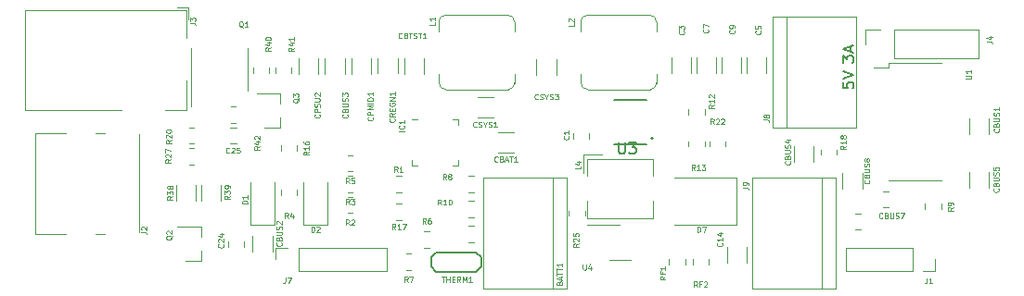
<source format=gto>
G04 #@! TF.GenerationSoftware,KiCad,Pcbnew,(6.99.0-3780-g6ddc5c1a6e)*
G04 #@! TF.CreationDate,2022-10-12T10:17:30+02:00*
G04 #@! TF.ProjectId,BalthazarPSU3,42616c74-6861-47a6-9172-505355332e6b,v02*
G04 #@! TF.SameCoordinates,Original*
G04 #@! TF.FileFunction,Legend,Top*
G04 #@! TF.FilePolarity,Positive*
%FSLAX46Y46*%
G04 Gerber Fmt 4.6, Leading zero omitted, Abs format (unit mm)*
G04 Created by KiCad (PCBNEW (6.99.0-3780-g6ddc5c1a6e)) date 2022-10-12 10:17:30*
%MOMM*%
%LPD*%
G01*
G04 APERTURE LIST*
%ADD10C,0.150000*%
%ADD11C,0.100000*%
%ADD12C,0.152400*%
%ADD13C,0.120000*%
G04 APERTURE END LIST*
D10*
X151382976Y-69865472D02*
X151382976Y-70675244D01*
X151382976Y-70675244D02*
X151430610Y-70770512D01*
X151430610Y-70770512D02*
X151478243Y-70818145D01*
X151478243Y-70818145D02*
X151573511Y-70865779D01*
X151573511Y-70865779D02*
X151764045Y-70865779D01*
X151764045Y-70865779D02*
X151859313Y-70818145D01*
X151859313Y-70818145D02*
X151906946Y-70770512D01*
X151906946Y-70770512D02*
X151954580Y-70675244D01*
X151954580Y-70675244D02*
X151954580Y-69865472D01*
X152335650Y-69865472D02*
X152954887Y-69865472D01*
X152954887Y-69865472D02*
X152621452Y-70246541D01*
X152621452Y-70246541D02*
X152764353Y-70246541D01*
X152764353Y-70246541D02*
X152859620Y-70294175D01*
X152859620Y-70294175D02*
X152907254Y-70341809D01*
X152907254Y-70341809D02*
X152954887Y-70437076D01*
X152954887Y-70437076D02*
X152954887Y-70675244D01*
X152954887Y-70675244D02*
X152907254Y-70770512D01*
X152907254Y-70770512D02*
X152859620Y-70818145D01*
X152859620Y-70818145D02*
X152764353Y-70865779D01*
X152764353Y-70865779D02*
X152478551Y-70865779D01*
X152478551Y-70865779D02*
X152383283Y-70818145D01*
X152383283Y-70818145D02*
X152335650Y-70770512D01*
D11*
X140351905Y-71566071D02*
X140328096Y-71589880D01*
X140328096Y-71589880D02*
X140256667Y-71613690D01*
X140256667Y-71613690D02*
X140209048Y-71613690D01*
X140209048Y-71613690D02*
X140137620Y-71589880D01*
X140137620Y-71589880D02*
X140090001Y-71542261D01*
X140090001Y-71542261D02*
X140066191Y-71494642D01*
X140066191Y-71494642D02*
X140042382Y-71399404D01*
X140042382Y-71399404D02*
X140042382Y-71327976D01*
X140042382Y-71327976D02*
X140066191Y-71232738D01*
X140066191Y-71232738D02*
X140090001Y-71185119D01*
X140090001Y-71185119D02*
X140137620Y-71137500D01*
X140137620Y-71137500D02*
X140209048Y-71113690D01*
X140209048Y-71113690D02*
X140256667Y-71113690D01*
X140256667Y-71113690D02*
X140328096Y-71137500D01*
X140328096Y-71137500D02*
X140351905Y-71161309D01*
X140732858Y-71351785D02*
X140804286Y-71375595D01*
X140804286Y-71375595D02*
X140828096Y-71399404D01*
X140828096Y-71399404D02*
X140851905Y-71447023D01*
X140851905Y-71447023D02*
X140851905Y-71518452D01*
X140851905Y-71518452D02*
X140828096Y-71566071D01*
X140828096Y-71566071D02*
X140804286Y-71589880D01*
X140804286Y-71589880D02*
X140756667Y-71613690D01*
X140756667Y-71613690D02*
X140566191Y-71613690D01*
X140566191Y-71613690D02*
X140566191Y-71113690D01*
X140566191Y-71113690D02*
X140732858Y-71113690D01*
X140732858Y-71113690D02*
X140780477Y-71137500D01*
X140780477Y-71137500D02*
X140804286Y-71161309D01*
X140804286Y-71161309D02*
X140828096Y-71208928D01*
X140828096Y-71208928D02*
X140828096Y-71256547D01*
X140828096Y-71256547D02*
X140804286Y-71304166D01*
X140804286Y-71304166D02*
X140780477Y-71327976D01*
X140780477Y-71327976D02*
X140732858Y-71351785D01*
X140732858Y-71351785D02*
X140566191Y-71351785D01*
X141042382Y-71470833D02*
X141280477Y-71470833D01*
X140994763Y-71613690D02*
X141161429Y-71113690D01*
X141161429Y-71113690D02*
X141328096Y-71613690D01*
X141423334Y-71113690D02*
X141709048Y-71113690D01*
X141566191Y-71613690D02*
X141566191Y-71113690D01*
X142137619Y-71613690D02*
X141851905Y-71613690D01*
X141994762Y-71613690D02*
X141994762Y-71113690D01*
X141994762Y-71113690D02*
X141947143Y-71185119D01*
X141947143Y-71185119D02*
X141899524Y-71232738D01*
X141899524Y-71232738D02*
X141851905Y-71256547D01*
X131587619Y-60256071D02*
X131563810Y-60279880D01*
X131563810Y-60279880D02*
X131492381Y-60303690D01*
X131492381Y-60303690D02*
X131444762Y-60303690D01*
X131444762Y-60303690D02*
X131373334Y-60279880D01*
X131373334Y-60279880D02*
X131325715Y-60232261D01*
X131325715Y-60232261D02*
X131301905Y-60184642D01*
X131301905Y-60184642D02*
X131278096Y-60089404D01*
X131278096Y-60089404D02*
X131278096Y-60017976D01*
X131278096Y-60017976D02*
X131301905Y-59922738D01*
X131301905Y-59922738D02*
X131325715Y-59875119D01*
X131325715Y-59875119D02*
X131373334Y-59827500D01*
X131373334Y-59827500D02*
X131444762Y-59803690D01*
X131444762Y-59803690D02*
X131492381Y-59803690D01*
X131492381Y-59803690D02*
X131563810Y-59827500D01*
X131563810Y-59827500D02*
X131587619Y-59851309D01*
X131968572Y-60041785D02*
X132040000Y-60065595D01*
X132040000Y-60065595D02*
X132063810Y-60089404D01*
X132063810Y-60089404D02*
X132087619Y-60137023D01*
X132087619Y-60137023D02*
X132087619Y-60208452D01*
X132087619Y-60208452D02*
X132063810Y-60256071D01*
X132063810Y-60256071D02*
X132040000Y-60279880D01*
X132040000Y-60279880D02*
X131992381Y-60303690D01*
X131992381Y-60303690D02*
X131801905Y-60303690D01*
X131801905Y-60303690D02*
X131801905Y-59803690D01*
X131801905Y-59803690D02*
X131968572Y-59803690D01*
X131968572Y-59803690D02*
X132016191Y-59827500D01*
X132016191Y-59827500D02*
X132040000Y-59851309D01*
X132040000Y-59851309D02*
X132063810Y-59898928D01*
X132063810Y-59898928D02*
X132063810Y-59946547D01*
X132063810Y-59946547D02*
X132040000Y-59994166D01*
X132040000Y-59994166D02*
X132016191Y-60017976D01*
X132016191Y-60017976D02*
X131968572Y-60041785D01*
X131968572Y-60041785D02*
X131801905Y-60041785D01*
X132230477Y-59803690D02*
X132516191Y-59803690D01*
X132373334Y-60303690D02*
X132373334Y-59803690D01*
X132659048Y-60279880D02*
X132730476Y-60303690D01*
X132730476Y-60303690D02*
X132849524Y-60303690D01*
X132849524Y-60303690D02*
X132897143Y-60279880D01*
X132897143Y-60279880D02*
X132920952Y-60256071D01*
X132920952Y-60256071D02*
X132944762Y-60208452D01*
X132944762Y-60208452D02*
X132944762Y-60160833D01*
X132944762Y-60160833D02*
X132920952Y-60113214D01*
X132920952Y-60113214D02*
X132897143Y-60089404D01*
X132897143Y-60089404D02*
X132849524Y-60065595D01*
X132849524Y-60065595D02*
X132754286Y-60041785D01*
X132754286Y-60041785D02*
X132706667Y-60017976D01*
X132706667Y-60017976D02*
X132682857Y-59994166D01*
X132682857Y-59994166D02*
X132659048Y-59946547D01*
X132659048Y-59946547D02*
X132659048Y-59898928D01*
X132659048Y-59898928D02*
X132682857Y-59851309D01*
X132682857Y-59851309D02*
X132706667Y-59827500D01*
X132706667Y-59827500D02*
X132754286Y-59803690D01*
X132754286Y-59803690D02*
X132873333Y-59803690D01*
X132873333Y-59803690D02*
X132944762Y-59827500D01*
X133087619Y-59803690D02*
X133373333Y-59803690D01*
X133230476Y-60303690D02*
X133230476Y-59803690D01*
X133801904Y-60303690D02*
X133516190Y-60303690D01*
X133659047Y-60303690D02*
X133659047Y-59803690D01*
X133659047Y-59803690D02*
X133611428Y-59875119D01*
X133611428Y-59875119D02*
X133563809Y-59922738D01*
X133563809Y-59922738D02*
X133516190Y-59946547D01*
X186066071Y-68593333D02*
X186089880Y-68617142D01*
X186089880Y-68617142D02*
X186113690Y-68688571D01*
X186113690Y-68688571D02*
X186113690Y-68736190D01*
X186113690Y-68736190D02*
X186089880Y-68807618D01*
X186089880Y-68807618D02*
X186042261Y-68855237D01*
X186042261Y-68855237D02*
X185994642Y-68879047D01*
X185994642Y-68879047D02*
X185899404Y-68902856D01*
X185899404Y-68902856D02*
X185827976Y-68902856D01*
X185827976Y-68902856D02*
X185732738Y-68879047D01*
X185732738Y-68879047D02*
X185685119Y-68855237D01*
X185685119Y-68855237D02*
X185637500Y-68807618D01*
X185637500Y-68807618D02*
X185613690Y-68736190D01*
X185613690Y-68736190D02*
X185613690Y-68688571D01*
X185613690Y-68688571D02*
X185637500Y-68617142D01*
X185637500Y-68617142D02*
X185661309Y-68593333D01*
X185851785Y-68212380D02*
X185875595Y-68140952D01*
X185875595Y-68140952D02*
X185899404Y-68117142D01*
X185899404Y-68117142D02*
X185947023Y-68093333D01*
X185947023Y-68093333D02*
X186018452Y-68093333D01*
X186018452Y-68093333D02*
X186066071Y-68117142D01*
X186066071Y-68117142D02*
X186089880Y-68140952D01*
X186089880Y-68140952D02*
X186113690Y-68188571D01*
X186113690Y-68188571D02*
X186113690Y-68379047D01*
X186113690Y-68379047D02*
X185613690Y-68379047D01*
X185613690Y-68379047D02*
X185613690Y-68212380D01*
X185613690Y-68212380D02*
X185637500Y-68164761D01*
X185637500Y-68164761D02*
X185661309Y-68140952D01*
X185661309Y-68140952D02*
X185708928Y-68117142D01*
X185708928Y-68117142D02*
X185756547Y-68117142D01*
X185756547Y-68117142D02*
X185804166Y-68140952D01*
X185804166Y-68140952D02*
X185827976Y-68164761D01*
X185827976Y-68164761D02*
X185851785Y-68212380D01*
X185851785Y-68212380D02*
X185851785Y-68379047D01*
X185613690Y-67879047D02*
X186018452Y-67879047D01*
X186018452Y-67879047D02*
X186066071Y-67855237D01*
X186066071Y-67855237D02*
X186089880Y-67831428D01*
X186089880Y-67831428D02*
X186113690Y-67783809D01*
X186113690Y-67783809D02*
X186113690Y-67688571D01*
X186113690Y-67688571D02*
X186089880Y-67640952D01*
X186089880Y-67640952D02*
X186066071Y-67617142D01*
X186066071Y-67617142D02*
X186018452Y-67593333D01*
X186018452Y-67593333D02*
X185613690Y-67593333D01*
X186089880Y-67379046D02*
X186113690Y-67307618D01*
X186113690Y-67307618D02*
X186113690Y-67188570D01*
X186113690Y-67188570D02*
X186089880Y-67140951D01*
X186089880Y-67140951D02*
X186066071Y-67117142D01*
X186066071Y-67117142D02*
X186018452Y-67093332D01*
X186018452Y-67093332D02*
X185970833Y-67093332D01*
X185970833Y-67093332D02*
X185923214Y-67117142D01*
X185923214Y-67117142D02*
X185899404Y-67140951D01*
X185899404Y-67140951D02*
X185875595Y-67188570D01*
X185875595Y-67188570D02*
X185851785Y-67283808D01*
X185851785Y-67283808D02*
X185827976Y-67331427D01*
X185827976Y-67331427D02*
X185804166Y-67355237D01*
X185804166Y-67355237D02*
X185756547Y-67379046D01*
X185756547Y-67379046D02*
X185708928Y-67379046D01*
X185708928Y-67379046D02*
X185661309Y-67355237D01*
X185661309Y-67355237D02*
X185637500Y-67331427D01*
X185637500Y-67331427D02*
X185613690Y-67283808D01*
X185613690Y-67283808D02*
X185613690Y-67164761D01*
X185613690Y-67164761D02*
X185637500Y-67093332D01*
X186113690Y-66617142D02*
X186113690Y-66902856D01*
X186113690Y-66759999D02*
X185613690Y-66759999D01*
X185613690Y-66759999D02*
X185685119Y-66807618D01*
X185685119Y-66807618D02*
X185732738Y-66855237D01*
X185732738Y-66855237D02*
X185756547Y-66902856D01*
X120586071Y-79013333D02*
X120609880Y-79037142D01*
X120609880Y-79037142D02*
X120633690Y-79108571D01*
X120633690Y-79108571D02*
X120633690Y-79156190D01*
X120633690Y-79156190D02*
X120609880Y-79227618D01*
X120609880Y-79227618D02*
X120562261Y-79275237D01*
X120562261Y-79275237D02*
X120514642Y-79299047D01*
X120514642Y-79299047D02*
X120419404Y-79322856D01*
X120419404Y-79322856D02*
X120347976Y-79322856D01*
X120347976Y-79322856D02*
X120252738Y-79299047D01*
X120252738Y-79299047D02*
X120205119Y-79275237D01*
X120205119Y-79275237D02*
X120157500Y-79227618D01*
X120157500Y-79227618D02*
X120133690Y-79156190D01*
X120133690Y-79156190D02*
X120133690Y-79108571D01*
X120133690Y-79108571D02*
X120157500Y-79037142D01*
X120157500Y-79037142D02*
X120181309Y-79013333D01*
X120371785Y-78632380D02*
X120395595Y-78560952D01*
X120395595Y-78560952D02*
X120419404Y-78537142D01*
X120419404Y-78537142D02*
X120467023Y-78513333D01*
X120467023Y-78513333D02*
X120538452Y-78513333D01*
X120538452Y-78513333D02*
X120586071Y-78537142D01*
X120586071Y-78537142D02*
X120609880Y-78560952D01*
X120609880Y-78560952D02*
X120633690Y-78608571D01*
X120633690Y-78608571D02*
X120633690Y-78799047D01*
X120633690Y-78799047D02*
X120133690Y-78799047D01*
X120133690Y-78799047D02*
X120133690Y-78632380D01*
X120133690Y-78632380D02*
X120157500Y-78584761D01*
X120157500Y-78584761D02*
X120181309Y-78560952D01*
X120181309Y-78560952D02*
X120228928Y-78537142D01*
X120228928Y-78537142D02*
X120276547Y-78537142D01*
X120276547Y-78537142D02*
X120324166Y-78560952D01*
X120324166Y-78560952D02*
X120347976Y-78584761D01*
X120347976Y-78584761D02*
X120371785Y-78632380D01*
X120371785Y-78632380D02*
X120371785Y-78799047D01*
X120133690Y-78299047D02*
X120538452Y-78299047D01*
X120538452Y-78299047D02*
X120586071Y-78275237D01*
X120586071Y-78275237D02*
X120609880Y-78251428D01*
X120609880Y-78251428D02*
X120633690Y-78203809D01*
X120633690Y-78203809D02*
X120633690Y-78108571D01*
X120633690Y-78108571D02*
X120609880Y-78060952D01*
X120609880Y-78060952D02*
X120586071Y-78037142D01*
X120586071Y-78037142D02*
X120538452Y-78013333D01*
X120538452Y-78013333D02*
X120133690Y-78013333D01*
X120609880Y-77799046D02*
X120633690Y-77727618D01*
X120633690Y-77727618D02*
X120633690Y-77608570D01*
X120633690Y-77608570D02*
X120609880Y-77560951D01*
X120609880Y-77560951D02*
X120586071Y-77537142D01*
X120586071Y-77537142D02*
X120538452Y-77513332D01*
X120538452Y-77513332D02*
X120490833Y-77513332D01*
X120490833Y-77513332D02*
X120443214Y-77537142D01*
X120443214Y-77537142D02*
X120419404Y-77560951D01*
X120419404Y-77560951D02*
X120395595Y-77608570D01*
X120395595Y-77608570D02*
X120371785Y-77703808D01*
X120371785Y-77703808D02*
X120347976Y-77751427D01*
X120347976Y-77751427D02*
X120324166Y-77775237D01*
X120324166Y-77775237D02*
X120276547Y-77799046D01*
X120276547Y-77799046D02*
X120228928Y-77799046D01*
X120228928Y-77799046D02*
X120181309Y-77775237D01*
X120181309Y-77775237D02*
X120157500Y-77751427D01*
X120157500Y-77751427D02*
X120133690Y-77703808D01*
X120133690Y-77703808D02*
X120133690Y-77584761D01*
X120133690Y-77584761D02*
X120157500Y-77513332D01*
X120181309Y-77322856D02*
X120157500Y-77299047D01*
X120157500Y-77299047D02*
X120133690Y-77251428D01*
X120133690Y-77251428D02*
X120133690Y-77132380D01*
X120133690Y-77132380D02*
X120157500Y-77084761D01*
X120157500Y-77084761D02*
X120181309Y-77060952D01*
X120181309Y-77060952D02*
X120228928Y-77037142D01*
X120228928Y-77037142D02*
X120276547Y-77037142D01*
X120276547Y-77037142D02*
X120347976Y-77060952D01*
X120347976Y-77060952D02*
X120633690Y-77346666D01*
X120633690Y-77346666D02*
X120633690Y-77037142D01*
X126606071Y-67273333D02*
X126629880Y-67297142D01*
X126629880Y-67297142D02*
X126653690Y-67368571D01*
X126653690Y-67368571D02*
X126653690Y-67416190D01*
X126653690Y-67416190D02*
X126629880Y-67487618D01*
X126629880Y-67487618D02*
X126582261Y-67535237D01*
X126582261Y-67535237D02*
X126534642Y-67559047D01*
X126534642Y-67559047D02*
X126439404Y-67582856D01*
X126439404Y-67582856D02*
X126367976Y-67582856D01*
X126367976Y-67582856D02*
X126272738Y-67559047D01*
X126272738Y-67559047D02*
X126225119Y-67535237D01*
X126225119Y-67535237D02*
X126177500Y-67487618D01*
X126177500Y-67487618D02*
X126153690Y-67416190D01*
X126153690Y-67416190D02*
X126153690Y-67368571D01*
X126153690Y-67368571D02*
X126177500Y-67297142D01*
X126177500Y-67297142D02*
X126201309Y-67273333D01*
X126391785Y-66892380D02*
X126415595Y-66820952D01*
X126415595Y-66820952D02*
X126439404Y-66797142D01*
X126439404Y-66797142D02*
X126487023Y-66773333D01*
X126487023Y-66773333D02*
X126558452Y-66773333D01*
X126558452Y-66773333D02*
X126606071Y-66797142D01*
X126606071Y-66797142D02*
X126629880Y-66820952D01*
X126629880Y-66820952D02*
X126653690Y-66868571D01*
X126653690Y-66868571D02*
X126653690Y-67059047D01*
X126653690Y-67059047D02*
X126153690Y-67059047D01*
X126153690Y-67059047D02*
X126153690Y-66892380D01*
X126153690Y-66892380D02*
X126177500Y-66844761D01*
X126177500Y-66844761D02*
X126201309Y-66820952D01*
X126201309Y-66820952D02*
X126248928Y-66797142D01*
X126248928Y-66797142D02*
X126296547Y-66797142D01*
X126296547Y-66797142D02*
X126344166Y-66820952D01*
X126344166Y-66820952D02*
X126367976Y-66844761D01*
X126367976Y-66844761D02*
X126391785Y-66892380D01*
X126391785Y-66892380D02*
X126391785Y-67059047D01*
X126153690Y-66559047D02*
X126558452Y-66559047D01*
X126558452Y-66559047D02*
X126606071Y-66535237D01*
X126606071Y-66535237D02*
X126629880Y-66511428D01*
X126629880Y-66511428D02*
X126653690Y-66463809D01*
X126653690Y-66463809D02*
X126653690Y-66368571D01*
X126653690Y-66368571D02*
X126629880Y-66320952D01*
X126629880Y-66320952D02*
X126606071Y-66297142D01*
X126606071Y-66297142D02*
X126558452Y-66273333D01*
X126558452Y-66273333D02*
X126153690Y-66273333D01*
X126629880Y-66059046D02*
X126653690Y-65987618D01*
X126653690Y-65987618D02*
X126653690Y-65868570D01*
X126653690Y-65868570D02*
X126629880Y-65820951D01*
X126629880Y-65820951D02*
X126606071Y-65797142D01*
X126606071Y-65797142D02*
X126558452Y-65773332D01*
X126558452Y-65773332D02*
X126510833Y-65773332D01*
X126510833Y-65773332D02*
X126463214Y-65797142D01*
X126463214Y-65797142D02*
X126439404Y-65820951D01*
X126439404Y-65820951D02*
X126415595Y-65868570D01*
X126415595Y-65868570D02*
X126391785Y-65963808D01*
X126391785Y-65963808D02*
X126367976Y-66011427D01*
X126367976Y-66011427D02*
X126344166Y-66035237D01*
X126344166Y-66035237D02*
X126296547Y-66059046D01*
X126296547Y-66059046D02*
X126248928Y-66059046D01*
X126248928Y-66059046D02*
X126201309Y-66035237D01*
X126201309Y-66035237D02*
X126177500Y-66011427D01*
X126177500Y-66011427D02*
X126153690Y-65963808D01*
X126153690Y-65963808D02*
X126153690Y-65844761D01*
X126153690Y-65844761D02*
X126177500Y-65773332D01*
X126153690Y-65606666D02*
X126153690Y-65297142D01*
X126153690Y-65297142D02*
X126344166Y-65463809D01*
X126344166Y-65463809D02*
X126344166Y-65392380D01*
X126344166Y-65392380D02*
X126367976Y-65344761D01*
X126367976Y-65344761D02*
X126391785Y-65320952D01*
X126391785Y-65320952D02*
X126439404Y-65297142D01*
X126439404Y-65297142D02*
X126558452Y-65297142D01*
X126558452Y-65297142D02*
X126606071Y-65320952D01*
X126606071Y-65320952D02*
X126629880Y-65344761D01*
X126629880Y-65344761D02*
X126653690Y-65392380D01*
X126653690Y-65392380D02*
X126653690Y-65535237D01*
X126653690Y-65535237D02*
X126629880Y-65582856D01*
X126629880Y-65582856D02*
X126606071Y-65606666D01*
X167026071Y-71543333D02*
X167049880Y-71567142D01*
X167049880Y-71567142D02*
X167073690Y-71638571D01*
X167073690Y-71638571D02*
X167073690Y-71686190D01*
X167073690Y-71686190D02*
X167049880Y-71757618D01*
X167049880Y-71757618D02*
X167002261Y-71805237D01*
X167002261Y-71805237D02*
X166954642Y-71829047D01*
X166954642Y-71829047D02*
X166859404Y-71852856D01*
X166859404Y-71852856D02*
X166787976Y-71852856D01*
X166787976Y-71852856D02*
X166692738Y-71829047D01*
X166692738Y-71829047D02*
X166645119Y-71805237D01*
X166645119Y-71805237D02*
X166597500Y-71757618D01*
X166597500Y-71757618D02*
X166573690Y-71686190D01*
X166573690Y-71686190D02*
X166573690Y-71638571D01*
X166573690Y-71638571D02*
X166597500Y-71567142D01*
X166597500Y-71567142D02*
X166621309Y-71543333D01*
X166811785Y-71162380D02*
X166835595Y-71090952D01*
X166835595Y-71090952D02*
X166859404Y-71067142D01*
X166859404Y-71067142D02*
X166907023Y-71043333D01*
X166907023Y-71043333D02*
X166978452Y-71043333D01*
X166978452Y-71043333D02*
X167026071Y-71067142D01*
X167026071Y-71067142D02*
X167049880Y-71090952D01*
X167049880Y-71090952D02*
X167073690Y-71138571D01*
X167073690Y-71138571D02*
X167073690Y-71329047D01*
X167073690Y-71329047D02*
X166573690Y-71329047D01*
X166573690Y-71329047D02*
X166573690Y-71162380D01*
X166573690Y-71162380D02*
X166597500Y-71114761D01*
X166597500Y-71114761D02*
X166621309Y-71090952D01*
X166621309Y-71090952D02*
X166668928Y-71067142D01*
X166668928Y-71067142D02*
X166716547Y-71067142D01*
X166716547Y-71067142D02*
X166764166Y-71090952D01*
X166764166Y-71090952D02*
X166787976Y-71114761D01*
X166787976Y-71114761D02*
X166811785Y-71162380D01*
X166811785Y-71162380D02*
X166811785Y-71329047D01*
X166573690Y-70829047D02*
X166978452Y-70829047D01*
X166978452Y-70829047D02*
X167026071Y-70805237D01*
X167026071Y-70805237D02*
X167049880Y-70781428D01*
X167049880Y-70781428D02*
X167073690Y-70733809D01*
X167073690Y-70733809D02*
X167073690Y-70638571D01*
X167073690Y-70638571D02*
X167049880Y-70590952D01*
X167049880Y-70590952D02*
X167026071Y-70567142D01*
X167026071Y-70567142D02*
X166978452Y-70543333D01*
X166978452Y-70543333D02*
X166573690Y-70543333D01*
X167049880Y-70329046D02*
X167073690Y-70257618D01*
X167073690Y-70257618D02*
X167073690Y-70138570D01*
X167073690Y-70138570D02*
X167049880Y-70090951D01*
X167049880Y-70090951D02*
X167026071Y-70067142D01*
X167026071Y-70067142D02*
X166978452Y-70043332D01*
X166978452Y-70043332D02*
X166930833Y-70043332D01*
X166930833Y-70043332D02*
X166883214Y-70067142D01*
X166883214Y-70067142D02*
X166859404Y-70090951D01*
X166859404Y-70090951D02*
X166835595Y-70138570D01*
X166835595Y-70138570D02*
X166811785Y-70233808D01*
X166811785Y-70233808D02*
X166787976Y-70281427D01*
X166787976Y-70281427D02*
X166764166Y-70305237D01*
X166764166Y-70305237D02*
X166716547Y-70329046D01*
X166716547Y-70329046D02*
X166668928Y-70329046D01*
X166668928Y-70329046D02*
X166621309Y-70305237D01*
X166621309Y-70305237D02*
X166597500Y-70281427D01*
X166597500Y-70281427D02*
X166573690Y-70233808D01*
X166573690Y-70233808D02*
X166573690Y-70114761D01*
X166573690Y-70114761D02*
X166597500Y-70043332D01*
X166740357Y-69614761D02*
X167073690Y-69614761D01*
X166549880Y-69733809D02*
X166907023Y-69852856D01*
X166907023Y-69852856D02*
X166907023Y-69543333D01*
X186036071Y-74063333D02*
X186059880Y-74087142D01*
X186059880Y-74087142D02*
X186083690Y-74158571D01*
X186083690Y-74158571D02*
X186083690Y-74206190D01*
X186083690Y-74206190D02*
X186059880Y-74277618D01*
X186059880Y-74277618D02*
X186012261Y-74325237D01*
X186012261Y-74325237D02*
X185964642Y-74349047D01*
X185964642Y-74349047D02*
X185869404Y-74372856D01*
X185869404Y-74372856D02*
X185797976Y-74372856D01*
X185797976Y-74372856D02*
X185702738Y-74349047D01*
X185702738Y-74349047D02*
X185655119Y-74325237D01*
X185655119Y-74325237D02*
X185607500Y-74277618D01*
X185607500Y-74277618D02*
X185583690Y-74206190D01*
X185583690Y-74206190D02*
X185583690Y-74158571D01*
X185583690Y-74158571D02*
X185607500Y-74087142D01*
X185607500Y-74087142D02*
X185631309Y-74063333D01*
X185821785Y-73682380D02*
X185845595Y-73610952D01*
X185845595Y-73610952D02*
X185869404Y-73587142D01*
X185869404Y-73587142D02*
X185917023Y-73563333D01*
X185917023Y-73563333D02*
X185988452Y-73563333D01*
X185988452Y-73563333D02*
X186036071Y-73587142D01*
X186036071Y-73587142D02*
X186059880Y-73610952D01*
X186059880Y-73610952D02*
X186083690Y-73658571D01*
X186083690Y-73658571D02*
X186083690Y-73849047D01*
X186083690Y-73849047D02*
X185583690Y-73849047D01*
X185583690Y-73849047D02*
X185583690Y-73682380D01*
X185583690Y-73682380D02*
X185607500Y-73634761D01*
X185607500Y-73634761D02*
X185631309Y-73610952D01*
X185631309Y-73610952D02*
X185678928Y-73587142D01*
X185678928Y-73587142D02*
X185726547Y-73587142D01*
X185726547Y-73587142D02*
X185774166Y-73610952D01*
X185774166Y-73610952D02*
X185797976Y-73634761D01*
X185797976Y-73634761D02*
X185821785Y-73682380D01*
X185821785Y-73682380D02*
X185821785Y-73849047D01*
X185583690Y-73349047D02*
X185988452Y-73349047D01*
X185988452Y-73349047D02*
X186036071Y-73325237D01*
X186036071Y-73325237D02*
X186059880Y-73301428D01*
X186059880Y-73301428D02*
X186083690Y-73253809D01*
X186083690Y-73253809D02*
X186083690Y-73158571D01*
X186083690Y-73158571D02*
X186059880Y-73110952D01*
X186059880Y-73110952D02*
X186036071Y-73087142D01*
X186036071Y-73087142D02*
X185988452Y-73063333D01*
X185988452Y-73063333D02*
X185583690Y-73063333D01*
X186059880Y-72849046D02*
X186083690Y-72777618D01*
X186083690Y-72777618D02*
X186083690Y-72658570D01*
X186083690Y-72658570D02*
X186059880Y-72610951D01*
X186059880Y-72610951D02*
X186036071Y-72587142D01*
X186036071Y-72587142D02*
X185988452Y-72563332D01*
X185988452Y-72563332D02*
X185940833Y-72563332D01*
X185940833Y-72563332D02*
X185893214Y-72587142D01*
X185893214Y-72587142D02*
X185869404Y-72610951D01*
X185869404Y-72610951D02*
X185845595Y-72658570D01*
X185845595Y-72658570D02*
X185821785Y-72753808D01*
X185821785Y-72753808D02*
X185797976Y-72801427D01*
X185797976Y-72801427D02*
X185774166Y-72825237D01*
X185774166Y-72825237D02*
X185726547Y-72849046D01*
X185726547Y-72849046D02*
X185678928Y-72849046D01*
X185678928Y-72849046D02*
X185631309Y-72825237D01*
X185631309Y-72825237D02*
X185607500Y-72801427D01*
X185607500Y-72801427D02*
X185583690Y-72753808D01*
X185583690Y-72753808D02*
X185583690Y-72634761D01*
X185583690Y-72634761D02*
X185607500Y-72563332D01*
X185583690Y-72110952D02*
X185583690Y-72349047D01*
X185583690Y-72349047D02*
X185821785Y-72372856D01*
X185821785Y-72372856D02*
X185797976Y-72349047D01*
X185797976Y-72349047D02*
X185774166Y-72301428D01*
X185774166Y-72301428D02*
X185774166Y-72182380D01*
X185774166Y-72182380D02*
X185797976Y-72134761D01*
X185797976Y-72134761D02*
X185821785Y-72110952D01*
X185821785Y-72110952D02*
X185869404Y-72087142D01*
X185869404Y-72087142D02*
X185988452Y-72087142D01*
X185988452Y-72087142D02*
X186036071Y-72110952D01*
X186036071Y-72110952D02*
X186059880Y-72134761D01*
X186059880Y-72134761D02*
X186083690Y-72182380D01*
X186083690Y-72182380D02*
X186083690Y-72301428D01*
X186083690Y-72301428D02*
X186059880Y-72349047D01*
X186059880Y-72349047D02*
X186036071Y-72372856D01*
X175456666Y-76736071D02*
X175432857Y-76759880D01*
X175432857Y-76759880D02*
X175361428Y-76783690D01*
X175361428Y-76783690D02*
X175313809Y-76783690D01*
X175313809Y-76783690D02*
X175242381Y-76759880D01*
X175242381Y-76759880D02*
X175194762Y-76712261D01*
X175194762Y-76712261D02*
X175170952Y-76664642D01*
X175170952Y-76664642D02*
X175147143Y-76569404D01*
X175147143Y-76569404D02*
X175147143Y-76497976D01*
X175147143Y-76497976D02*
X175170952Y-76402738D01*
X175170952Y-76402738D02*
X175194762Y-76355119D01*
X175194762Y-76355119D02*
X175242381Y-76307500D01*
X175242381Y-76307500D02*
X175313809Y-76283690D01*
X175313809Y-76283690D02*
X175361428Y-76283690D01*
X175361428Y-76283690D02*
X175432857Y-76307500D01*
X175432857Y-76307500D02*
X175456666Y-76331309D01*
X175837619Y-76521785D02*
X175909047Y-76545595D01*
X175909047Y-76545595D02*
X175932857Y-76569404D01*
X175932857Y-76569404D02*
X175956666Y-76617023D01*
X175956666Y-76617023D02*
X175956666Y-76688452D01*
X175956666Y-76688452D02*
X175932857Y-76736071D01*
X175932857Y-76736071D02*
X175909047Y-76759880D01*
X175909047Y-76759880D02*
X175861428Y-76783690D01*
X175861428Y-76783690D02*
X175670952Y-76783690D01*
X175670952Y-76783690D02*
X175670952Y-76283690D01*
X175670952Y-76283690D02*
X175837619Y-76283690D01*
X175837619Y-76283690D02*
X175885238Y-76307500D01*
X175885238Y-76307500D02*
X175909047Y-76331309D01*
X175909047Y-76331309D02*
X175932857Y-76378928D01*
X175932857Y-76378928D02*
X175932857Y-76426547D01*
X175932857Y-76426547D02*
X175909047Y-76474166D01*
X175909047Y-76474166D02*
X175885238Y-76497976D01*
X175885238Y-76497976D02*
X175837619Y-76521785D01*
X175837619Y-76521785D02*
X175670952Y-76521785D01*
X176170952Y-76283690D02*
X176170952Y-76688452D01*
X176170952Y-76688452D02*
X176194762Y-76736071D01*
X176194762Y-76736071D02*
X176218571Y-76759880D01*
X176218571Y-76759880D02*
X176266190Y-76783690D01*
X176266190Y-76783690D02*
X176361428Y-76783690D01*
X176361428Y-76783690D02*
X176409047Y-76759880D01*
X176409047Y-76759880D02*
X176432857Y-76736071D01*
X176432857Y-76736071D02*
X176456666Y-76688452D01*
X176456666Y-76688452D02*
X176456666Y-76283690D01*
X176670953Y-76759880D02*
X176742381Y-76783690D01*
X176742381Y-76783690D02*
X176861429Y-76783690D01*
X176861429Y-76783690D02*
X176909048Y-76759880D01*
X176909048Y-76759880D02*
X176932857Y-76736071D01*
X176932857Y-76736071D02*
X176956667Y-76688452D01*
X176956667Y-76688452D02*
X176956667Y-76640833D01*
X176956667Y-76640833D02*
X176932857Y-76593214D01*
X176932857Y-76593214D02*
X176909048Y-76569404D01*
X176909048Y-76569404D02*
X176861429Y-76545595D01*
X176861429Y-76545595D02*
X176766191Y-76521785D01*
X176766191Y-76521785D02*
X176718572Y-76497976D01*
X176718572Y-76497976D02*
X176694762Y-76474166D01*
X176694762Y-76474166D02*
X176670953Y-76426547D01*
X176670953Y-76426547D02*
X176670953Y-76378928D01*
X176670953Y-76378928D02*
X176694762Y-76331309D01*
X176694762Y-76331309D02*
X176718572Y-76307500D01*
X176718572Y-76307500D02*
X176766191Y-76283690D01*
X176766191Y-76283690D02*
X176885238Y-76283690D01*
X176885238Y-76283690D02*
X176956667Y-76307500D01*
X177123333Y-76283690D02*
X177456666Y-76283690D01*
X177456666Y-76283690D02*
X177242381Y-76783690D01*
X174236071Y-73283333D02*
X174259880Y-73307142D01*
X174259880Y-73307142D02*
X174283690Y-73378571D01*
X174283690Y-73378571D02*
X174283690Y-73426190D01*
X174283690Y-73426190D02*
X174259880Y-73497618D01*
X174259880Y-73497618D02*
X174212261Y-73545237D01*
X174212261Y-73545237D02*
X174164642Y-73569047D01*
X174164642Y-73569047D02*
X174069404Y-73592856D01*
X174069404Y-73592856D02*
X173997976Y-73592856D01*
X173997976Y-73592856D02*
X173902738Y-73569047D01*
X173902738Y-73569047D02*
X173855119Y-73545237D01*
X173855119Y-73545237D02*
X173807500Y-73497618D01*
X173807500Y-73497618D02*
X173783690Y-73426190D01*
X173783690Y-73426190D02*
X173783690Y-73378571D01*
X173783690Y-73378571D02*
X173807500Y-73307142D01*
X173807500Y-73307142D02*
X173831309Y-73283333D01*
X174021785Y-72902380D02*
X174045595Y-72830952D01*
X174045595Y-72830952D02*
X174069404Y-72807142D01*
X174069404Y-72807142D02*
X174117023Y-72783333D01*
X174117023Y-72783333D02*
X174188452Y-72783333D01*
X174188452Y-72783333D02*
X174236071Y-72807142D01*
X174236071Y-72807142D02*
X174259880Y-72830952D01*
X174259880Y-72830952D02*
X174283690Y-72878571D01*
X174283690Y-72878571D02*
X174283690Y-73069047D01*
X174283690Y-73069047D02*
X173783690Y-73069047D01*
X173783690Y-73069047D02*
X173783690Y-72902380D01*
X173783690Y-72902380D02*
X173807500Y-72854761D01*
X173807500Y-72854761D02*
X173831309Y-72830952D01*
X173831309Y-72830952D02*
X173878928Y-72807142D01*
X173878928Y-72807142D02*
X173926547Y-72807142D01*
X173926547Y-72807142D02*
X173974166Y-72830952D01*
X173974166Y-72830952D02*
X173997976Y-72854761D01*
X173997976Y-72854761D02*
X174021785Y-72902380D01*
X174021785Y-72902380D02*
X174021785Y-73069047D01*
X173783690Y-72569047D02*
X174188452Y-72569047D01*
X174188452Y-72569047D02*
X174236071Y-72545237D01*
X174236071Y-72545237D02*
X174259880Y-72521428D01*
X174259880Y-72521428D02*
X174283690Y-72473809D01*
X174283690Y-72473809D02*
X174283690Y-72378571D01*
X174283690Y-72378571D02*
X174259880Y-72330952D01*
X174259880Y-72330952D02*
X174236071Y-72307142D01*
X174236071Y-72307142D02*
X174188452Y-72283333D01*
X174188452Y-72283333D02*
X173783690Y-72283333D01*
X174259880Y-72069046D02*
X174283690Y-71997618D01*
X174283690Y-71997618D02*
X174283690Y-71878570D01*
X174283690Y-71878570D02*
X174259880Y-71830951D01*
X174259880Y-71830951D02*
X174236071Y-71807142D01*
X174236071Y-71807142D02*
X174188452Y-71783332D01*
X174188452Y-71783332D02*
X174140833Y-71783332D01*
X174140833Y-71783332D02*
X174093214Y-71807142D01*
X174093214Y-71807142D02*
X174069404Y-71830951D01*
X174069404Y-71830951D02*
X174045595Y-71878570D01*
X174045595Y-71878570D02*
X174021785Y-71973808D01*
X174021785Y-71973808D02*
X173997976Y-72021427D01*
X173997976Y-72021427D02*
X173974166Y-72045237D01*
X173974166Y-72045237D02*
X173926547Y-72069046D01*
X173926547Y-72069046D02*
X173878928Y-72069046D01*
X173878928Y-72069046D02*
X173831309Y-72045237D01*
X173831309Y-72045237D02*
X173807500Y-72021427D01*
X173807500Y-72021427D02*
X173783690Y-71973808D01*
X173783690Y-71973808D02*
X173783690Y-71854761D01*
X173783690Y-71854761D02*
X173807500Y-71783332D01*
X173997976Y-71497618D02*
X173974166Y-71545237D01*
X173974166Y-71545237D02*
X173950357Y-71569047D01*
X173950357Y-71569047D02*
X173902738Y-71592856D01*
X173902738Y-71592856D02*
X173878928Y-71592856D01*
X173878928Y-71592856D02*
X173831309Y-71569047D01*
X173831309Y-71569047D02*
X173807500Y-71545237D01*
X173807500Y-71545237D02*
X173783690Y-71497618D01*
X173783690Y-71497618D02*
X173783690Y-71402380D01*
X173783690Y-71402380D02*
X173807500Y-71354761D01*
X173807500Y-71354761D02*
X173831309Y-71330952D01*
X173831309Y-71330952D02*
X173878928Y-71307142D01*
X173878928Y-71307142D02*
X173902738Y-71307142D01*
X173902738Y-71307142D02*
X173950357Y-71330952D01*
X173950357Y-71330952D02*
X173974166Y-71354761D01*
X173974166Y-71354761D02*
X173997976Y-71402380D01*
X173997976Y-71402380D02*
X173997976Y-71497618D01*
X173997976Y-71497618D02*
X174021785Y-71545237D01*
X174021785Y-71545237D02*
X174045595Y-71569047D01*
X174045595Y-71569047D02*
X174093214Y-71592856D01*
X174093214Y-71592856D02*
X174188452Y-71592856D01*
X174188452Y-71592856D02*
X174236071Y-71569047D01*
X174236071Y-71569047D02*
X174259880Y-71545237D01*
X174259880Y-71545237D02*
X174283690Y-71497618D01*
X174283690Y-71497618D02*
X174283690Y-71402380D01*
X174283690Y-71402380D02*
X174259880Y-71354761D01*
X174259880Y-71354761D02*
X174236071Y-71330952D01*
X174236071Y-71330952D02*
X174188452Y-71307142D01*
X174188452Y-71307142D02*
X174093214Y-71307142D01*
X174093214Y-71307142D02*
X174045595Y-71330952D01*
X174045595Y-71330952D02*
X174021785Y-71354761D01*
X174021785Y-71354761D02*
X173997976Y-71402380D01*
X128916071Y-67528095D02*
X128939880Y-67551904D01*
X128939880Y-67551904D02*
X128963690Y-67623333D01*
X128963690Y-67623333D02*
X128963690Y-67670952D01*
X128963690Y-67670952D02*
X128939880Y-67742380D01*
X128939880Y-67742380D02*
X128892261Y-67789999D01*
X128892261Y-67789999D02*
X128844642Y-67813809D01*
X128844642Y-67813809D02*
X128749404Y-67837618D01*
X128749404Y-67837618D02*
X128677976Y-67837618D01*
X128677976Y-67837618D02*
X128582738Y-67813809D01*
X128582738Y-67813809D02*
X128535119Y-67789999D01*
X128535119Y-67789999D02*
X128487500Y-67742380D01*
X128487500Y-67742380D02*
X128463690Y-67670952D01*
X128463690Y-67670952D02*
X128463690Y-67623333D01*
X128463690Y-67623333D02*
X128487500Y-67551904D01*
X128487500Y-67551904D02*
X128511309Y-67528095D01*
X128963690Y-67313809D02*
X128463690Y-67313809D01*
X128463690Y-67313809D02*
X128463690Y-67123333D01*
X128463690Y-67123333D02*
X128487500Y-67075714D01*
X128487500Y-67075714D02*
X128511309Y-67051904D01*
X128511309Y-67051904D02*
X128558928Y-67028095D01*
X128558928Y-67028095D02*
X128630357Y-67028095D01*
X128630357Y-67028095D02*
X128677976Y-67051904D01*
X128677976Y-67051904D02*
X128701785Y-67075714D01*
X128701785Y-67075714D02*
X128725595Y-67123333D01*
X128725595Y-67123333D02*
X128725595Y-67313809D01*
X128963690Y-66813809D02*
X128463690Y-66813809D01*
X128463690Y-66813809D02*
X128820833Y-66647142D01*
X128820833Y-66647142D02*
X128463690Y-66480476D01*
X128463690Y-66480476D02*
X128963690Y-66480476D01*
X128963690Y-66242380D02*
X128463690Y-66242380D01*
X128963690Y-66004285D02*
X128463690Y-66004285D01*
X128463690Y-66004285D02*
X128463690Y-65885237D01*
X128463690Y-65885237D02*
X128487500Y-65813809D01*
X128487500Y-65813809D02*
X128535119Y-65766190D01*
X128535119Y-65766190D02*
X128582738Y-65742380D01*
X128582738Y-65742380D02*
X128677976Y-65718571D01*
X128677976Y-65718571D02*
X128749404Y-65718571D01*
X128749404Y-65718571D02*
X128844642Y-65742380D01*
X128844642Y-65742380D02*
X128892261Y-65766190D01*
X128892261Y-65766190D02*
X128939880Y-65813809D01*
X128939880Y-65813809D02*
X128963690Y-65885237D01*
X128963690Y-65885237D02*
X128963690Y-66004285D01*
X128963690Y-65242380D02*
X128963690Y-65528094D01*
X128963690Y-65385237D02*
X128463690Y-65385237D01*
X128463690Y-65385237D02*
X128535119Y-65432856D01*
X128535119Y-65432856D02*
X128582738Y-65480475D01*
X128582738Y-65480475D02*
X128606547Y-65528094D01*
X138396191Y-68386071D02*
X138372382Y-68409880D01*
X138372382Y-68409880D02*
X138300953Y-68433690D01*
X138300953Y-68433690D02*
X138253334Y-68433690D01*
X138253334Y-68433690D02*
X138181906Y-68409880D01*
X138181906Y-68409880D02*
X138134287Y-68362261D01*
X138134287Y-68362261D02*
X138110477Y-68314642D01*
X138110477Y-68314642D02*
X138086668Y-68219404D01*
X138086668Y-68219404D02*
X138086668Y-68147976D01*
X138086668Y-68147976D02*
X138110477Y-68052738D01*
X138110477Y-68052738D02*
X138134287Y-68005119D01*
X138134287Y-68005119D02*
X138181906Y-67957500D01*
X138181906Y-67957500D02*
X138253334Y-67933690D01*
X138253334Y-67933690D02*
X138300953Y-67933690D01*
X138300953Y-67933690D02*
X138372382Y-67957500D01*
X138372382Y-67957500D02*
X138396191Y-67981309D01*
X138586668Y-68409880D02*
X138658096Y-68433690D01*
X138658096Y-68433690D02*
X138777144Y-68433690D01*
X138777144Y-68433690D02*
X138824763Y-68409880D01*
X138824763Y-68409880D02*
X138848572Y-68386071D01*
X138848572Y-68386071D02*
X138872382Y-68338452D01*
X138872382Y-68338452D02*
X138872382Y-68290833D01*
X138872382Y-68290833D02*
X138848572Y-68243214D01*
X138848572Y-68243214D02*
X138824763Y-68219404D01*
X138824763Y-68219404D02*
X138777144Y-68195595D01*
X138777144Y-68195595D02*
X138681906Y-68171785D01*
X138681906Y-68171785D02*
X138634287Y-68147976D01*
X138634287Y-68147976D02*
X138610477Y-68124166D01*
X138610477Y-68124166D02*
X138586668Y-68076547D01*
X138586668Y-68076547D02*
X138586668Y-68028928D01*
X138586668Y-68028928D02*
X138610477Y-67981309D01*
X138610477Y-67981309D02*
X138634287Y-67957500D01*
X138634287Y-67957500D02*
X138681906Y-67933690D01*
X138681906Y-67933690D02*
X138800953Y-67933690D01*
X138800953Y-67933690D02*
X138872382Y-67957500D01*
X139181905Y-68195595D02*
X139181905Y-68433690D01*
X139015239Y-67933690D02*
X139181905Y-68195595D01*
X139181905Y-68195595D02*
X139348572Y-67933690D01*
X139491429Y-68409880D02*
X139562857Y-68433690D01*
X139562857Y-68433690D02*
X139681905Y-68433690D01*
X139681905Y-68433690D02*
X139729524Y-68409880D01*
X139729524Y-68409880D02*
X139753333Y-68386071D01*
X139753333Y-68386071D02*
X139777143Y-68338452D01*
X139777143Y-68338452D02*
X139777143Y-68290833D01*
X139777143Y-68290833D02*
X139753333Y-68243214D01*
X139753333Y-68243214D02*
X139729524Y-68219404D01*
X139729524Y-68219404D02*
X139681905Y-68195595D01*
X139681905Y-68195595D02*
X139586667Y-68171785D01*
X139586667Y-68171785D02*
X139539048Y-68147976D01*
X139539048Y-68147976D02*
X139515238Y-68124166D01*
X139515238Y-68124166D02*
X139491429Y-68076547D01*
X139491429Y-68076547D02*
X139491429Y-68028928D01*
X139491429Y-68028928D02*
X139515238Y-67981309D01*
X139515238Y-67981309D02*
X139539048Y-67957500D01*
X139539048Y-67957500D02*
X139586667Y-67933690D01*
X139586667Y-67933690D02*
X139705714Y-67933690D01*
X139705714Y-67933690D02*
X139777143Y-67957500D01*
X140253333Y-68433690D02*
X139967619Y-68433690D01*
X140110476Y-68433690D02*
X140110476Y-67933690D01*
X140110476Y-67933690D02*
X140062857Y-68005119D01*
X140062857Y-68005119D02*
X140015238Y-68052738D01*
X140015238Y-68052738D02*
X139967619Y-68076547D01*
X117483690Y-75439047D02*
X116983690Y-75439047D01*
X116983690Y-75439047D02*
X116983690Y-75319999D01*
X116983690Y-75319999D02*
X117007500Y-75248571D01*
X117007500Y-75248571D02*
X117055119Y-75200952D01*
X117055119Y-75200952D02*
X117102738Y-75177142D01*
X117102738Y-75177142D02*
X117197976Y-75153333D01*
X117197976Y-75153333D02*
X117269404Y-75153333D01*
X117269404Y-75153333D02*
X117364642Y-75177142D01*
X117364642Y-75177142D02*
X117412261Y-75200952D01*
X117412261Y-75200952D02*
X117459880Y-75248571D01*
X117459880Y-75248571D02*
X117483690Y-75319999D01*
X117483690Y-75319999D02*
X117483690Y-75439047D01*
X117483690Y-74677142D02*
X117483690Y-74962856D01*
X117483690Y-74819999D02*
X116983690Y-74819999D01*
X116983690Y-74819999D02*
X117055119Y-74867618D01*
X117055119Y-74867618D02*
X117102738Y-74915237D01*
X117102738Y-74915237D02*
X117126547Y-74962856D01*
X123330952Y-78033690D02*
X123330952Y-77533690D01*
X123330952Y-77533690D02*
X123450000Y-77533690D01*
X123450000Y-77533690D02*
X123521428Y-77557500D01*
X123521428Y-77557500D02*
X123569047Y-77605119D01*
X123569047Y-77605119D02*
X123592857Y-77652738D01*
X123592857Y-77652738D02*
X123616666Y-77747976D01*
X123616666Y-77747976D02*
X123616666Y-77819404D01*
X123616666Y-77819404D02*
X123592857Y-77914642D01*
X123592857Y-77914642D02*
X123569047Y-77962261D01*
X123569047Y-77962261D02*
X123521428Y-78009880D01*
X123521428Y-78009880D02*
X123450000Y-78033690D01*
X123450000Y-78033690D02*
X123330952Y-78033690D01*
X123807143Y-77581309D02*
X123830952Y-77557500D01*
X123830952Y-77557500D02*
X123878571Y-77533690D01*
X123878571Y-77533690D02*
X123997619Y-77533690D01*
X123997619Y-77533690D02*
X124045238Y-77557500D01*
X124045238Y-77557500D02*
X124069047Y-77581309D01*
X124069047Y-77581309D02*
X124092857Y-77628928D01*
X124092857Y-77628928D02*
X124092857Y-77676547D01*
X124092857Y-77676547D02*
X124069047Y-77747976D01*
X124069047Y-77747976D02*
X123783333Y-78033690D01*
X123783333Y-78033690D02*
X124092857Y-78033690D01*
X121216666Y-76753690D02*
X121050000Y-76515595D01*
X120930952Y-76753690D02*
X120930952Y-76253690D01*
X120930952Y-76253690D02*
X121121428Y-76253690D01*
X121121428Y-76253690D02*
X121169047Y-76277500D01*
X121169047Y-76277500D02*
X121192857Y-76301309D01*
X121192857Y-76301309D02*
X121216666Y-76348928D01*
X121216666Y-76348928D02*
X121216666Y-76420357D01*
X121216666Y-76420357D02*
X121192857Y-76467976D01*
X121192857Y-76467976D02*
X121169047Y-76491785D01*
X121169047Y-76491785D02*
X121121428Y-76515595D01*
X121121428Y-76515595D02*
X120930952Y-76515595D01*
X121645238Y-76420357D02*
X121645238Y-76753690D01*
X121526190Y-76229880D02*
X121407143Y-76587023D01*
X121407143Y-76587023D02*
X121716666Y-76587023D01*
X126789666Y-73588690D02*
X126623000Y-73350595D01*
X126503952Y-73588690D02*
X126503952Y-73088690D01*
X126503952Y-73088690D02*
X126694428Y-73088690D01*
X126694428Y-73088690D02*
X126742047Y-73112500D01*
X126742047Y-73112500D02*
X126765857Y-73136309D01*
X126765857Y-73136309D02*
X126789666Y-73183928D01*
X126789666Y-73183928D02*
X126789666Y-73255357D01*
X126789666Y-73255357D02*
X126765857Y-73302976D01*
X126765857Y-73302976D02*
X126742047Y-73326785D01*
X126742047Y-73326785D02*
X126694428Y-73350595D01*
X126694428Y-73350595D02*
X126503952Y-73350595D01*
X127242047Y-73088690D02*
X127003952Y-73088690D01*
X127003952Y-73088690D02*
X126980143Y-73326785D01*
X126980143Y-73326785D02*
X127003952Y-73302976D01*
X127003952Y-73302976D02*
X127051571Y-73279166D01*
X127051571Y-73279166D02*
X127170619Y-73279166D01*
X127170619Y-73279166D02*
X127218238Y-73302976D01*
X127218238Y-73302976D02*
X127242047Y-73326785D01*
X127242047Y-73326785D02*
X127265857Y-73374404D01*
X127265857Y-73374404D02*
X127265857Y-73493452D01*
X127265857Y-73493452D02*
X127242047Y-73541071D01*
X127242047Y-73541071D02*
X127218238Y-73564880D01*
X127218238Y-73564880D02*
X127170619Y-73588690D01*
X127170619Y-73588690D02*
X127051571Y-73588690D01*
X127051571Y-73588690D02*
X127003952Y-73564880D01*
X127003952Y-73564880D02*
X126980143Y-73541071D01*
X132123666Y-82605690D02*
X131957000Y-82367595D01*
X131837952Y-82605690D02*
X131837952Y-82105690D01*
X131837952Y-82105690D02*
X132028428Y-82105690D01*
X132028428Y-82105690D02*
X132076047Y-82129500D01*
X132076047Y-82129500D02*
X132099857Y-82153309D01*
X132099857Y-82153309D02*
X132123666Y-82200928D01*
X132123666Y-82200928D02*
X132123666Y-82272357D01*
X132123666Y-82272357D02*
X132099857Y-82319976D01*
X132099857Y-82319976D02*
X132076047Y-82343785D01*
X132076047Y-82343785D02*
X132028428Y-82367595D01*
X132028428Y-82367595D02*
X131837952Y-82367595D01*
X132290333Y-82105690D02*
X132623666Y-82105690D01*
X132623666Y-82105690D02*
X132409381Y-82605690D01*
X135626666Y-73213690D02*
X135460000Y-72975595D01*
X135340952Y-73213690D02*
X135340952Y-72713690D01*
X135340952Y-72713690D02*
X135531428Y-72713690D01*
X135531428Y-72713690D02*
X135579047Y-72737500D01*
X135579047Y-72737500D02*
X135602857Y-72761309D01*
X135602857Y-72761309D02*
X135626666Y-72808928D01*
X135626666Y-72808928D02*
X135626666Y-72880357D01*
X135626666Y-72880357D02*
X135602857Y-72927976D01*
X135602857Y-72927976D02*
X135579047Y-72951785D01*
X135579047Y-72951785D02*
X135531428Y-72975595D01*
X135531428Y-72975595D02*
X135340952Y-72975595D01*
X135912381Y-72927976D02*
X135864762Y-72904166D01*
X135864762Y-72904166D02*
X135840952Y-72880357D01*
X135840952Y-72880357D02*
X135817143Y-72832738D01*
X135817143Y-72832738D02*
X135817143Y-72808928D01*
X135817143Y-72808928D02*
X135840952Y-72761309D01*
X135840952Y-72761309D02*
X135864762Y-72737500D01*
X135864762Y-72737500D02*
X135912381Y-72713690D01*
X135912381Y-72713690D02*
X136007619Y-72713690D01*
X136007619Y-72713690D02*
X136055238Y-72737500D01*
X136055238Y-72737500D02*
X136079047Y-72761309D01*
X136079047Y-72761309D02*
X136102857Y-72808928D01*
X136102857Y-72808928D02*
X136102857Y-72832738D01*
X136102857Y-72832738D02*
X136079047Y-72880357D01*
X136079047Y-72880357D02*
X136055238Y-72904166D01*
X136055238Y-72904166D02*
X136007619Y-72927976D01*
X136007619Y-72927976D02*
X135912381Y-72927976D01*
X135912381Y-72927976D02*
X135864762Y-72951785D01*
X135864762Y-72951785D02*
X135840952Y-72975595D01*
X135840952Y-72975595D02*
X135817143Y-73023214D01*
X135817143Y-73023214D02*
X135817143Y-73118452D01*
X135817143Y-73118452D02*
X135840952Y-73166071D01*
X135840952Y-73166071D02*
X135864762Y-73189880D01*
X135864762Y-73189880D02*
X135912381Y-73213690D01*
X135912381Y-73213690D02*
X136007619Y-73213690D01*
X136007619Y-73213690D02*
X136055238Y-73189880D01*
X136055238Y-73189880D02*
X136079047Y-73166071D01*
X136079047Y-73166071D02*
X136102857Y-73118452D01*
X136102857Y-73118452D02*
X136102857Y-73023214D01*
X136102857Y-73023214D02*
X136079047Y-72975595D01*
X136079047Y-72975595D02*
X136055238Y-72951785D01*
X136055238Y-72951785D02*
X136007619Y-72927976D01*
X181919690Y-75775333D02*
X181681595Y-75941999D01*
X181919690Y-76061047D02*
X181419690Y-76061047D01*
X181419690Y-76061047D02*
X181419690Y-75870571D01*
X181419690Y-75870571D02*
X181443500Y-75822952D01*
X181443500Y-75822952D02*
X181467309Y-75799142D01*
X181467309Y-75799142D02*
X181514928Y-75775333D01*
X181514928Y-75775333D02*
X181586357Y-75775333D01*
X181586357Y-75775333D02*
X181633976Y-75799142D01*
X181633976Y-75799142D02*
X181657785Y-75822952D01*
X181657785Y-75822952D02*
X181681595Y-75870571D01*
X181681595Y-75870571D02*
X181681595Y-76061047D01*
X181919690Y-75537237D02*
X181919690Y-75441999D01*
X181919690Y-75441999D02*
X181895880Y-75394380D01*
X181895880Y-75394380D02*
X181872071Y-75370571D01*
X181872071Y-75370571D02*
X181800642Y-75322952D01*
X181800642Y-75322952D02*
X181705404Y-75299142D01*
X181705404Y-75299142D02*
X181514928Y-75299142D01*
X181514928Y-75299142D02*
X181467309Y-75322952D01*
X181467309Y-75322952D02*
X181443500Y-75346761D01*
X181443500Y-75346761D02*
X181419690Y-75394380D01*
X181419690Y-75394380D02*
X181419690Y-75489618D01*
X181419690Y-75489618D02*
X181443500Y-75537237D01*
X181443500Y-75537237D02*
X181467309Y-75561047D01*
X181467309Y-75561047D02*
X181514928Y-75584856D01*
X181514928Y-75584856D02*
X181633976Y-75584856D01*
X181633976Y-75584856D02*
X181681595Y-75561047D01*
X181681595Y-75561047D02*
X181705404Y-75537237D01*
X181705404Y-75537237D02*
X181729214Y-75489618D01*
X181729214Y-75489618D02*
X181729214Y-75394380D01*
X181729214Y-75394380D02*
X181705404Y-75346761D01*
X181705404Y-75346761D02*
X181681595Y-75322952D01*
X181681595Y-75322952D02*
X181633976Y-75299142D01*
X135188571Y-75543690D02*
X135021905Y-75305595D01*
X134902857Y-75543690D02*
X134902857Y-75043690D01*
X134902857Y-75043690D02*
X135093333Y-75043690D01*
X135093333Y-75043690D02*
X135140952Y-75067500D01*
X135140952Y-75067500D02*
X135164762Y-75091309D01*
X135164762Y-75091309D02*
X135188571Y-75138928D01*
X135188571Y-75138928D02*
X135188571Y-75210357D01*
X135188571Y-75210357D02*
X135164762Y-75257976D01*
X135164762Y-75257976D02*
X135140952Y-75281785D01*
X135140952Y-75281785D02*
X135093333Y-75305595D01*
X135093333Y-75305595D02*
X134902857Y-75305595D01*
X135664762Y-75543690D02*
X135379048Y-75543690D01*
X135521905Y-75543690D02*
X135521905Y-75043690D01*
X135521905Y-75043690D02*
X135474286Y-75115119D01*
X135474286Y-75115119D02*
X135426667Y-75162738D01*
X135426667Y-75162738D02*
X135379048Y-75186547D01*
X135974285Y-75043690D02*
X136021904Y-75043690D01*
X136021904Y-75043690D02*
X136069523Y-75067500D01*
X136069523Y-75067500D02*
X136093333Y-75091309D01*
X136093333Y-75091309D02*
X136117142Y-75138928D01*
X136117142Y-75138928D02*
X136140952Y-75234166D01*
X136140952Y-75234166D02*
X136140952Y-75353214D01*
X136140952Y-75353214D02*
X136117142Y-75448452D01*
X136117142Y-75448452D02*
X136093333Y-75496071D01*
X136093333Y-75496071D02*
X136069523Y-75519880D01*
X136069523Y-75519880D02*
X136021904Y-75543690D01*
X136021904Y-75543690D02*
X135974285Y-75543690D01*
X135974285Y-75543690D02*
X135926666Y-75519880D01*
X135926666Y-75519880D02*
X135902857Y-75496071D01*
X135902857Y-75496071D02*
X135879047Y-75448452D01*
X135879047Y-75448452D02*
X135855238Y-75353214D01*
X135855238Y-75353214D02*
X135855238Y-75234166D01*
X135855238Y-75234166D02*
X135879047Y-75138928D01*
X135879047Y-75138928D02*
X135902857Y-75091309D01*
X135902857Y-75091309D02*
X135926666Y-75067500D01*
X135926666Y-75067500D02*
X135974285Y-75043690D01*
X146806071Y-69253333D02*
X146829880Y-69277142D01*
X146829880Y-69277142D02*
X146853690Y-69348571D01*
X146853690Y-69348571D02*
X146853690Y-69396190D01*
X146853690Y-69396190D02*
X146829880Y-69467618D01*
X146829880Y-69467618D02*
X146782261Y-69515237D01*
X146782261Y-69515237D02*
X146734642Y-69539047D01*
X146734642Y-69539047D02*
X146639404Y-69562856D01*
X146639404Y-69562856D02*
X146567976Y-69562856D01*
X146567976Y-69562856D02*
X146472738Y-69539047D01*
X146472738Y-69539047D02*
X146425119Y-69515237D01*
X146425119Y-69515237D02*
X146377500Y-69467618D01*
X146377500Y-69467618D02*
X146353690Y-69396190D01*
X146353690Y-69396190D02*
X146353690Y-69348571D01*
X146353690Y-69348571D02*
X146377500Y-69277142D01*
X146377500Y-69277142D02*
X146401309Y-69253333D01*
X146853690Y-68777142D02*
X146853690Y-69062856D01*
X146853690Y-68919999D02*
X146353690Y-68919999D01*
X146353690Y-68919999D02*
X146425119Y-68967618D01*
X146425119Y-68967618D02*
X146472738Y-69015237D01*
X146472738Y-69015237D02*
X146496547Y-69062856D01*
X157326071Y-59633333D02*
X157349880Y-59657142D01*
X157349880Y-59657142D02*
X157373690Y-59728571D01*
X157373690Y-59728571D02*
X157373690Y-59776190D01*
X157373690Y-59776190D02*
X157349880Y-59847618D01*
X157349880Y-59847618D02*
X157302261Y-59895237D01*
X157302261Y-59895237D02*
X157254642Y-59919047D01*
X157254642Y-59919047D02*
X157159404Y-59942856D01*
X157159404Y-59942856D02*
X157087976Y-59942856D01*
X157087976Y-59942856D02*
X156992738Y-59919047D01*
X156992738Y-59919047D02*
X156945119Y-59895237D01*
X156945119Y-59895237D02*
X156897500Y-59847618D01*
X156897500Y-59847618D02*
X156873690Y-59776190D01*
X156873690Y-59776190D02*
X156873690Y-59728571D01*
X156873690Y-59728571D02*
X156897500Y-59657142D01*
X156897500Y-59657142D02*
X156921309Y-59633333D01*
X156873690Y-59466666D02*
X156873690Y-59157142D01*
X156873690Y-59157142D02*
X157064166Y-59323809D01*
X157064166Y-59323809D02*
X157064166Y-59252380D01*
X157064166Y-59252380D02*
X157087976Y-59204761D01*
X157087976Y-59204761D02*
X157111785Y-59180952D01*
X157111785Y-59180952D02*
X157159404Y-59157142D01*
X157159404Y-59157142D02*
X157278452Y-59157142D01*
X157278452Y-59157142D02*
X157326071Y-59180952D01*
X157326071Y-59180952D02*
X157349880Y-59204761D01*
X157349880Y-59204761D02*
X157373690Y-59252380D01*
X157373690Y-59252380D02*
X157373690Y-59395237D01*
X157373690Y-59395237D02*
X157349880Y-59442856D01*
X157349880Y-59442856D02*
X157326071Y-59466666D01*
X164306071Y-59613333D02*
X164329880Y-59637142D01*
X164329880Y-59637142D02*
X164353690Y-59708571D01*
X164353690Y-59708571D02*
X164353690Y-59756190D01*
X164353690Y-59756190D02*
X164329880Y-59827618D01*
X164329880Y-59827618D02*
X164282261Y-59875237D01*
X164282261Y-59875237D02*
X164234642Y-59899047D01*
X164234642Y-59899047D02*
X164139404Y-59922856D01*
X164139404Y-59922856D02*
X164067976Y-59922856D01*
X164067976Y-59922856D02*
X163972738Y-59899047D01*
X163972738Y-59899047D02*
X163925119Y-59875237D01*
X163925119Y-59875237D02*
X163877500Y-59827618D01*
X163877500Y-59827618D02*
X163853690Y-59756190D01*
X163853690Y-59756190D02*
X163853690Y-59708571D01*
X163853690Y-59708571D02*
X163877500Y-59637142D01*
X163877500Y-59637142D02*
X163901309Y-59613333D01*
X163853690Y-59160952D02*
X163853690Y-59399047D01*
X163853690Y-59399047D02*
X164091785Y-59422856D01*
X164091785Y-59422856D02*
X164067976Y-59399047D01*
X164067976Y-59399047D02*
X164044166Y-59351428D01*
X164044166Y-59351428D02*
X164044166Y-59232380D01*
X164044166Y-59232380D02*
X164067976Y-59184761D01*
X164067976Y-59184761D02*
X164091785Y-59160952D01*
X164091785Y-59160952D02*
X164139404Y-59137142D01*
X164139404Y-59137142D02*
X164258452Y-59137142D01*
X164258452Y-59137142D02*
X164306071Y-59160952D01*
X164306071Y-59160952D02*
X164329880Y-59184761D01*
X164329880Y-59184761D02*
X164353690Y-59232380D01*
X164353690Y-59232380D02*
X164353690Y-59351428D01*
X164353690Y-59351428D02*
X164329880Y-59399047D01*
X164329880Y-59399047D02*
X164306071Y-59422856D01*
X159526071Y-59493333D02*
X159549880Y-59517142D01*
X159549880Y-59517142D02*
X159573690Y-59588571D01*
X159573690Y-59588571D02*
X159573690Y-59636190D01*
X159573690Y-59636190D02*
X159549880Y-59707618D01*
X159549880Y-59707618D02*
X159502261Y-59755237D01*
X159502261Y-59755237D02*
X159454642Y-59779047D01*
X159454642Y-59779047D02*
X159359404Y-59802856D01*
X159359404Y-59802856D02*
X159287976Y-59802856D01*
X159287976Y-59802856D02*
X159192738Y-59779047D01*
X159192738Y-59779047D02*
X159145119Y-59755237D01*
X159145119Y-59755237D02*
X159097500Y-59707618D01*
X159097500Y-59707618D02*
X159073690Y-59636190D01*
X159073690Y-59636190D02*
X159073690Y-59588571D01*
X159073690Y-59588571D02*
X159097500Y-59517142D01*
X159097500Y-59517142D02*
X159121309Y-59493333D01*
X159073690Y-59326666D02*
X159073690Y-58993333D01*
X159073690Y-58993333D02*
X159573690Y-59207618D01*
X161926071Y-59573333D02*
X161949880Y-59597142D01*
X161949880Y-59597142D02*
X161973690Y-59668571D01*
X161973690Y-59668571D02*
X161973690Y-59716190D01*
X161973690Y-59716190D02*
X161949880Y-59787618D01*
X161949880Y-59787618D02*
X161902261Y-59835237D01*
X161902261Y-59835237D02*
X161854642Y-59859047D01*
X161854642Y-59859047D02*
X161759404Y-59882856D01*
X161759404Y-59882856D02*
X161687976Y-59882856D01*
X161687976Y-59882856D02*
X161592738Y-59859047D01*
X161592738Y-59859047D02*
X161545119Y-59835237D01*
X161545119Y-59835237D02*
X161497500Y-59787618D01*
X161497500Y-59787618D02*
X161473690Y-59716190D01*
X161473690Y-59716190D02*
X161473690Y-59668571D01*
X161473690Y-59668571D02*
X161497500Y-59597142D01*
X161497500Y-59597142D02*
X161521309Y-59573333D01*
X161973690Y-59335237D02*
X161973690Y-59239999D01*
X161973690Y-59239999D02*
X161949880Y-59192380D01*
X161949880Y-59192380D02*
X161926071Y-59168571D01*
X161926071Y-59168571D02*
X161854642Y-59120952D01*
X161854642Y-59120952D02*
X161759404Y-59097142D01*
X161759404Y-59097142D02*
X161568928Y-59097142D01*
X161568928Y-59097142D02*
X161521309Y-59120952D01*
X161521309Y-59120952D02*
X161497500Y-59144761D01*
X161497500Y-59144761D02*
X161473690Y-59192380D01*
X161473690Y-59192380D02*
X161473690Y-59287618D01*
X161473690Y-59287618D02*
X161497500Y-59335237D01*
X161497500Y-59335237D02*
X161521309Y-59359047D01*
X161521309Y-59359047D02*
X161568928Y-59382856D01*
X161568928Y-59382856D02*
X161687976Y-59382856D01*
X161687976Y-59382856D02*
X161735595Y-59359047D01*
X161735595Y-59359047D02*
X161759404Y-59335237D01*
X161759404Y-59335237D02*
X161783214Y-59287618D01*
X161783214Y-59287618D02*
X161783214Y-59192380D01*
X161783214Y-59192380D02*
X161759404Y-59144761D01*
X161759404Y-59144761D02*
X161735595Y-59120952D01*
X161735595Y-59120952D02*
X161687976Y-59097142D01*
X124076071Y-67273333D02*
X124099880Y-67297142D01*
X124099880Y-67297142D02*
X124123690Y-67368571D01*
X124123690Y-67368571D02*
X124123690Y-67416190D01*
X124123690Y-67416190D02*
X124099880Y-67487618D01*
X124099880Y-67487618D02*
X124052261Y-67535237D01*
X124052261Y-67535237D02*
X124004642Y-67559047D01*
X124004642Y-67559047D02*
X123909404Y-67582856D01*
X123909404Y-67582856D02*
X123837976Y-67582856D01*
X123837976Y-67582856D02*
X123742738Y-67559047D01*
X123742738Y-67559047D02*
X123695119Y-67535237D01*
X123695119Y-67535237D02*
X123647500Y-67487618D01*
X123647500Y-67487618D02*
X123623690Y-67416190D01*
X123623690Y-67416190D02*
X123623690Y-67368571D01*
X123623690Y-67368571D02*
X123647500Y-67297142D01*
X123647500Y-67297142D02*
X123671309Y-67273333D01*
X124123690Y-67059047D02*
X123623690Y-67059047D01*
X123623690Y-67059047D02*
X123623690Y-66868571D01*
X123623690Y-66868571D02*
X123647500Y-66820952D01*
X123647500Y-66820952D02*
X123671309Y-66797142D01*
X123671309Y-66797142D02*
X123718928Y-66773333D01*
X123718928Y-66773333D02*
X123790357Y-66773333D01*
X123790357Y-66773333D02*
X123837976Y-66797142D01*
X123837976Y-66797142D02*
X123861785Y-66820952D01*
X123861785Y-66820952D02*
X123885595Y-66868571D01*
X123885595Y-66868571D02*
X123885595Y-67059047D01*
X124099880Y-66582856D02*
X124123690Y-66511428D01*
X124123690Y-66511428D02*
X124123690Y-66392380D01*
X124123690Y-66392380D02*
X124099880Y-66344761D01*
X124099880Y-66344761D02*
X124076071Y-66320952D01*
X124076071Y-66320952D02*
X124028452Y-66297142D01*
X124028452Y-66297142D02*
X123980833Y-66297142D01*
X123980833Y-66297142D02*
X123933214Y-66320952D01*
X123933214Y-66320952D02*
X123909404Y-66344761D01*
X123909404Y-66344761D02*
X123885595Y-66392380D01*
X123885595Y-66392380D02*
X123861785Y-66487618D01*
X123861785Y-66487618D02*
X123837976Y-66535237D01*
X123837976Y-66535237D02*
X123814166Y-66559047D01*
X123814166Y-66559047D02*
X123766547Y-66582856D01*
X123766547Y-66582856D02*
X123718928Y-66582856D01*
X123718928Y-66582856D02*
X123671309Y-66559047D01*
X123671309Y-66559047D02*
X123647500Y-66535237D01*
X123647500Y-66535237D02*
X123623690Y-66487618D01*
X123623690Y-66487618D02*
X123623690Y-66368571D01*
X123623690Y-66368571D02*
X123647500Y-66297142D01*
X123623690Y-66082857D02*
X124028452Y-66082857D01*
X124028452Y-66082857D02*
X124076071Y-66059047D01*
X124076071Y-66059047D02*
X124099880Y-66035238D01*
X124099880Y-66035238D02*
X124123690Y-65987619D01*
X124123690Y-65987619D02*
X124123690Y-65892381D01*
X124123690Y-65892381D02*
X124099880Y-65844762D01*
X124099880Y-65844762D02*
X124076071Y-65820952D01*
X124076071Y-65820952D02*
X124028452Y-65797143D01*
X124028452Y-65797143D02*
X123623690Y-65797143D01*
X123671309Y-65582856D02*
X123647500Y-65559047D01*
X123647500Y-65559047D02*
X123623690Y-65511428D01*
X123623690Y-65511428D02*
X123623690Y-65392380D01*
X123623690Y-65392380D02*
X123647500Y-65344761D01*
X123647500Y-65344761D02*
X123671309Y-65320952D01*
X123671309Y-65320952D02*
X123718928Y-65297142D01*
X123718928Y-65297142D02*
X123766547Y-65297142D01*
X123766547Y-65297142D02*
X123837976Y-65320952D01*
X123837976Y-65320952D02*
X124123690Y-65606666D01*
X124123690Y-65606666D02*
X124123690Y-65297142D01*
X144016191Y-65846071D02*
X143992382Y-65869880D01*
X143992382Y-65869880D02*
X143920953Y-65893690D01*
X143920953Y-65893690D02*
X143873334Y-65893690D01*
X143873334Y-65893690D02*
X143801906Y-65869880D01*
X143801906Y-65869880D02*
X143754287Y-65822261D01*
X143754287Y-65822261D02*
X143730477Y-65774642D01*
X143730477Y-65774642D02*
X143706668Y-65679404D01*
X143706668Y-65679404D02*
X143706668Y-65607976D01*
X143706668Y-65607976D02*
X143730477Y-65512738D01*
X143730477Y-65512738D02*
X143754287Y-65465119D01*
X143754287Y-65465119D02*
X143801906Y-65417500D01*
X143801906Y-65417500D02*
X143873334Y-65393690D01*
X143873334Y-65393690D02*
X143920953Y-65393690D01*
X143920953Y-65393690D02*
X143992382Y-65417500D01*
X143992382Y-65417500D02*
X144016191Y-65441309D01*
X144206668Y-65869880D02*
X144278096Y-65893690D01*
X144278096Y-65893690D02*
X144397144Y-65893690D01*
X144397144Y-65893690D02*
X144444763Y-65869880D01*
X144444763Y-65869880D02*
X144468572Y-65846071D01*
X144468572Y-65846071D02*
X144492382Y-65798452D01*
X144492382Y-65798452D02*
X144492382Y-65750833D01*
X144492382Y-65750833D02*
X144468572Y-65703214D01*
X144468572Y-65703214D02*
X144444763Y-65679404D01*
X144444763Y-65679404D02*
X144397144Y-65655595D01*
X144397144Y-65655595D02*
X144301906Y-65631785D01*
X144301906Y-65631785D02*
X144254287Y-65607976D01*
X144254287Y-65607976D02*
X144230477Y-65584166D01*
X144230477Y-65584166D02*
X144206668Y-65536547D01*
X144206668Y-65536547D02*
X144206668Y-65488928D01*
X144206668Y-65488928D02*
X144230477Y-65441309D01*
X144230477Y-65441309D02*
X144254287Y-65417500D01*
X144254287Y-65417500D02*
X144301906Y-65393690D01*
X144301906Y-65393690D02*
X144420953Y-65393690D01*
X144420953Y-65393690D02*
X144492382Y-65417500D01*
X144801905Y-65655595D02*
X144801905Y-65893690D01*
X144635239Y-65393690D02*
X144801905Y-65655595D01*
X144801905Y-65655595D02*
X144968572Y-65393690D01*
X145111429Y-65869880D02*
X145182857Y-65893690D01*
X145182857Y-65893690D02*
X145301905Y-65893690D01*
X145301905Y-65893690D02*
X145349524Y-65869880D01*
X145349524Y-65869880D02*
X145373333Y-65846071D01*
X145373333Y-65846071D02*
X145397143Y-65798452D01*
X145397143Y-65798452D02*
X145397143Y-65750833D01*
X145397143Y-65750833D02*
X145373333Y-65703214D01*
X145373333Y-65703214D02*
X145349524Y-65679404D01*
X145349524Y-65679404D02*
X145301905Y-65655595D01*
X145301905Y-65655595D02*
X145206667Y-65631785D01*
X145206667Y-65631785D02*
X145159048Y-65607976D01*
X145159048Y-65607976D02*
X145135238Y-65584166D01*
X145135238Y-65584166D02*
X145111429Y-65536547D01*
X145111429Y-65536547D02*
X145111429Y-65488928D01*
X145111429Y-65488928D02*
X145135238Y-65441309D01*
X145135238Y-65441309D02*
X145159048Y-65417500D01*
X145159048Y-65417500D02*
X145206667Y-65393690D01*
X145206667Y-65393690D02*
X145325714Y-65393690D01*
X145325714Y-65393690D02*
X145397143Y-65417500D01*
X145563809Y-65393690D02*
X145873333Y-65393690D01*
X145873333Y-65393690D02*
X145706666Y-65584166D01*
X145706666Y-65584166D02*
X145778095Y-65584166D01*
X145778095Y-65584166D02*
X145825714Y-65607976D01*
X145825714Y-65607976D02*
X145849523Y-65631785D01*
X145849523Y-65631785D02*
X145873333Y-65679404D01*
X145873333Y-65679404D02*
X145873333Y-65798452D01*
X145873333Y-65798452D02*
X145849523Y-65846071D01*
X145849523Y-65846071D02*
X145825714Y-65869880D01*
X145825714Y-65869880D02*
X145778095Y-65893690D01*
X145778095Y-65893690D02*
X145635238Y-65893690D01*
X145635238Y-65893690D02*
X145587619Y-65869880D01*
X145587619Y-65869880D02*
X145563809Y-65846071D01*
X160093690Y-66381428D02*
X159855595Y-66548094D01*
X160093690Y-66667142D02*
X159593690Y-66667142D01*
X159593690Y-66667142D02*
X159593690Y-66476666D01*
X159593690Y-66476666D02*
X159617500Y-66429047D01*
X159617500Y-66429047D02*
X159641309Y-66405237D01*
X159641309Y-66405237D02*
X159688928Y-66381428D01*
X159688928Y-66381428D02*
X159760357Y-66381428D01*
X159760357Y-66381428D02*
X159807976Y-66405237D01*
X159807976Y-66405237D02*
X159831785Y-66429047D01*
X159831785Y-66429047D02*
X159855595Y-66476666D01*
X159855595Y-66476666D02*
X159855595Y-66667142D01*
X160093690Y-65905237D02*
X160093690Y-66190951D01*
X160093690Y-66048094D02*
X159593690Y-66048094D01*
X159593690Y-66048094D02*
X159665119Y-66095713D01*
X159665119Y-66095713D02*
X159712738Y-66143332D01*
X159712738Y-66143332D02*
X159736547Y-66190951D01*
X159641309Y-65714761D02*
X159617500Y-65690952D01*
X159617500Y-65690952D02*
X159593690Y-65643333D01*
X159593690Y-65643333D02*
X159593690Y-65524285D01*
X159593690Y-65524285D02*
X159617500Y-65476666D01*
X159617500Y-65476666D02*
X159641309Y-65452857D01*
X159641309Y-65452857D02*
X159688928Y-65429047D01*
X159688928Y-65429047D02*
X159736547Y-65429047D01*
X159736547Y-65429047D02*
X159807976Y-65452857D01*
X159807976Y-65452857D02*
X160093690Y-65738571D01*
X160093690Y-65738571D02*
X160093690Y-65429047D01*
X158338571Y-72373690D02*
X158171905Y-72135595D01*
X158052857Y-72373690D02*
X158052857Y-71873690D01*
X158052857Y-71873690D02*
X158243333Y-71873690D01*
X158243333Y-71873690D02*
X158290952Y-71897500D01*
X158290952Y-71897500D02*
X158314762Y-71921309D01*
X158314762Y-71921309D02*
X158338571Y-71968928D01*
X158338571Y-71968928D02*
X158338571Y-72040357D01*
X158338571Y-72040357D02*
X158314762Y-72087976D01*
X158314762Y-72087976D02*
X158290952Y-72111785D01*
X158290952Y-72111785D02*
X158243333Y-72135595D01*
X158243333Y-72135595D02*
X158052857Y-72135595D01*
X158814762Y-72373690D02*
X158529048Y-72373690D01*
X158671905Y-72373690D02*
X158671905Y-71873690D01*
X158671905Y-71873690D02*
X158624286Y-71945119D01*
X158624286Y-71945119D02*
X158576667Y-71992738D01*
X158576667Y-71992738D02*
X158529048Y-72016547D01*
X158981428Y-71873690D02*
X159290952Y-71873690D01*
X159290952Y-71873690D02*
X159124285Y-72064166D01*
X159124285Y-72064166D02*
X159195714Y-72064166D01*
X159195714Y-72064166D02*
X159243333Y-72087976D01*
X159243333Y-72087976D02*
X159267142Y-72111785D01*
X159267142Y-72111785D02*
X159290952Y-72159404D01*
X159290952Y-72159404D02*
X159290952Y-72278452D01*
X159290952Y-72278452D02*
X159267142Y-72326071D01*
X159267142Y-72326071D02*
X159243333Y-72349880D01*
X159243333Y-72349880D02*
X159195714Y-72373690D01*
X159195714Y-72373690D02*
X159052857Y-72373690D01*
X159052857Y-72373690D02*
X159005238Y-72349880D01*
X159005238Y-72349880D02*
X158981428Y-72326071D01*
X130906071Y-67651428D02*
X130929880Y-67675237D01*
X130929880Y-67675237D02*
X130953690Y-67746666D01*
X130953690Y-67746666D02*
X130953690Y-67794285D01*
X130953690Y-67794285D02*
X130929880Y-67865713D01*
X130929880Y-67865713D02*
X130882261Y-67913332D01*
X130882261Y-67913332D02*
X130834642Y-67937142D01*
X130834642Y-67937142D02*
X130739404Y-67960951D01*
X130739404Y-67960951D02*
X130667976Y-67960951D01*
X130667976Y-67960951D02*
X130572738Y-67937142D01*
X130572738Y-67937142D02*
X130525119Y-67913332D01*
X130525119Y-67913332D02*
X130477500Y-67865713D01*
X130477500Y-67865713D02*
X130453690Y-67794285D01*
X130453690Y-67794285D02*
X130453690Y-67746666D01*
X130453690Y-67746666D02*
X130477500Y-67675237D01*
X130477500Y-67675237D02*
X130501309Y-67651428D01*
X130953690Y-67151428D02*
X130715595Y-67318094D01*
X130953690Y-67437142D02*
X130453690Y-67437142D01*
X130453690Y-67437142D02*
X130453690Y-67246666D01*
X130453690Y-67246666D02*
X130477500Y-67199047D01*
X130477500Y-67199047D02*
X130501309Y-67175237D01*
X130501309Y-67175237D02*
X130548928Y-67151428D01*
X130548928Y-67151428D02*
X130620357Y-67151428D01*
X130620357Y-67151428D02*
X130667976Y-67175237D01*
X130667976Y-67175237D02*
X130691785Y-67199047D01*
X130691785Y-67199047D02*
X130715595Y-67246666D01*
X130715595Y-67246666D02*
X130715595Y-67437142D01*
X130691785Y-66937142D02*
X130691785Y-66770475D01*
X130953690Y-66699047D02*
X130953690Y-66937142D01*
X130953690Y-66937142D02*
X130453690Y-66937142D01*
X130453690Y-66937142D02*
X130453690Y-66699047D01*
X130477500Y-66222856D02*
X130453690Y-66270475D01*
X130453690Y-66270475D02*
X130453690Y-66341904D01*
X130453690Y-66341904D02*
X130477500Y-66413332D01*
X130477500Y-66413332D02*
X130525119Y-66460951D01*
X130525119Y-66460951D02*
X130572738Y-66484761D01*
X130572738Y-66484761D02*
X130667976Y-66508570D01*
X130667976Y-66508570D02*
X130739404Y-66508570D01*
X130739404Y-66508570D02*
X130834642Y-66484761D01*
X130834642Y-66484761D02*
X130882261Y-66460951D01*
X130882261Y-66460951D02*
X130929880Y-66413332D01*
X130929880Y-66413332D02*
X130953690Y-66341904D01*
X130953690Y-66341904D02*
X130953690Y-66294285D01*
X130953690Y-66294285D02*
X130929880Y-66222856D01*
X130929880Y-66222856D02*
X130906071Y-66199047D01*
X130906071Y-66199047D02*
X130739404Y-66199047D01*
X130739404Y-66199047D02*
X130739404Y-66294285D01*
X130953690Y-65984761D02*
X130453690Y-65984761D01*
X130453690Y-65984761D02*
X130953690Y-65699047D01*
X130953690Y-65699047D02*
X130453690Y-65699047D01*
X130953690Y-65199046D02*
X130953690Y-65484760D01*
X130953690Y-65341903D02*
X130453690Y-65341903D01*
X130453690Y-65341903D02*
X130525119Y-65389522D01*
X130525119Y-65389522D02*
X130572738Y-65437141D01*
X130572738Y-65437141D02*
X130596547Y-65484760D01*
X183043690Y-64000952D02*
X183448452Y-64000952D01*
X183448452Y-64000952D02*
X183496071Y-63977142D01*
X183496071Y-63977142D02*
X183519880Y-63953333D01*
X183519880Y-63953333D02*
X183543690Y-63905714D01*
X183543690Y-63905714D02*
X183543690Y-63810476D01*
X183543690Y-63810476D02*
X183519880Y-63762857D01*
X183519880Y-63762857D02*
X183496071Y-63739047D01*
X183496071Y-63739047D02*
X183448452Y-63715238D01*
X183448452Y-63715238D02*
X183043690Y-63715238D01*
X183543690Y-63215237D02*
X183543690Y-63500951D01*
X183543690Y-63358094D02*
X183043690Y-63358094D01*
X183043690Y-63358094D02*
X183115119Y-63405713D01*
X183115119Y-63405713D02*
X183162738Y-63453332D01*
X183162738Y-63453332D02*
X183186547Y-63500951D01*
X172133690Y-70141428D02*
X171895595Y-70308094D01*
X172133690Y-70427142D02*
X171633690Y-70427142D01*
X171633690Y-70427142D02*
X171633690Y-70236666D01*
X171633690Y-70236666D02*
X171657500Y-70189047D01*
X171657500Y-70189047D02*
X171681309Y-70165237D01*
X171681309Y-70165237D02*
X171728928Y-70141428D01*
X171728928Y-70141428D02*
X171800357Y-70141428D01*
X171800357Y-70141428D02*
X171847976Y-70165237D01*
X171847976Y-70165237D02*
X171871785Y-70189047D01*
X171871785Y-70189047D02*
X171895595Y-70236666D01*
X171895595Y-70236666D02*
X171895595Y-70427142D01*
X172133690Y-69665237D02*
X172133690Y-69950951D01*
X172133690Y-69808094D02*
X171633690Y-69808094D01*
X171633690Y-69808094D02*
X171705119Y-69855713D01*
X171705119Y-69855713D02*
X171752738Y-69903332D01*
X171752738Y-69903332D02*
X171776547Y-69950951D01*
X171847976Y-69379523D02*
X171824166Y-69427142D01*
X171824166Y-69427142D02*
X171800357Y-69450952D01*
X171800357Y-69450952D02*
X171752738Y-69474761D01*
X171752738Y-69474761D02*
X171728928Y-69474761D01*
X171728928Y-69474761D02*
X171681309Y-69450952D01*
X171681309Y-69450952D02*
X171657500Y-69427142D01*
X171657500Y-69427142D02*
X171633690Y-69379523D01*
X171633690Y-69379523D02*
X171633690Y-69284285D01*
X171633690Y-69284285D02*
X171657500Y-69236666D01*
X171657500Y-69236666D02*
X171681309Y-69212857D01*
X171681309Y-69212857D02*
X171728928Y-69189047D01*
X171728928Y-69189047D02*
X171752738Y-69189047D01*
X171752738Y-69189047D02*
X171800357Y-69212857D01*
X171800357Y-69212857D02*
X171824166Y-69236666D01*
X171824166Y-69236666D02*
X171847976Y-69284285D01*
X171847976Y-69284285D02*
X171847976Y-69379523D01*
X171847976Y-69379523D02*
X171871785Y-69427142D01*
X171871785Y-69427142D02*
X171895595Y-69450952D01*
X171895595Y-69450952D02*
X171943214Y-69474761D01*
X171943214Y-69474761D02*
X172038452Y-69474761D01*
X172038452Y-69474761D02*
X172086071Y-69450952D01*
X172086071Y-69450952D02*
X172109880Y-69427142D01*
X172109880Y-69427142D02*
X172133690Y-69379523D01*
X172133690Y-69379523D02*
X172133690Y-69284285D01*
X172133690Y-69284285D02*
X172109880Y-69236666D01*
X172109880Y-69236666D02*
X172086071Y-69212857D01*
X172086071Y-69212857D02*
X172038452Y-69189047D01*
X172038452Y-69189047D02*
X171943214Y-69189047D01*
X171943214Y-69189047D02*
X171895595Y-69212857D01*
X171895595Y-69212857D02*
X171871785Y-69236666D01*
X171871785Y-69236666D02*
X171847976Y-69284285D01*
X131813690Y-68798094D02*
X131313690Y-68798094D01*
X131766071Y-68274285D02*
X131789880Y-68298094D01*
X131789880Y-68298094D02*
X131813690Y-68369523D01*
X131813690Y-68369523D02*
X131813690Y-68417142D01*
X131813690Y-68417142D02*
X131789880Y-68488570D01*
X131789880Y-68488570D02*
X131742261Y-68536189D01*
X131742261Y-68536189D02*
X131694642Y-68559999D01*
X131694642Y-68559999D02*
X131599404Y-68583808D01*
X131599404Y-68583808D02*
X131527976Y-68583808D01*
X131527976Y-68583808D02*
X131432738Y-68559999D01*
X131432738Y-68559999D02*
X131385119Y-68536189D01*
X131385119Y-68536189D02*
X131337500Y-68488570D01*
X131337500Y-68488570D02*
X131313690Y-68417142D01*
X131313690Y-68417142D02*
X131313690Y-68369523D01*
X131313690Y-68369523D02*
X131337500Y-68298094D01*
X131337500Y-68298094D02*
X131361309Y-68274285D01*
X131813690Y-67798094D02*
X131813690Y-68083808D01*
X131813690Y-67940951D02*
X131313690Y-67940951D01*
X131313690Y-67940951D02*
X131385119Y-67988570D01*
X131385119Y-67988570D02*
X131432738Y-68036189D01*
X131432738Y-68036189D02*
X131456547Y-68083808D01*
X135225238Y-82103690D02*
X135510952Y-82103690D01*
X135368095Y-82603690D02*
X135368095Y-82103690D01*
X135677618Y-82603690D02*
X135677618Y-82103690D01*
X135677618Y-82341785D02*
X135963332Y-82341785D01*
X135963332Y-82603690D02*
X135963332Y-82103690D01*
X136201428Y-82341785D02*
X136368095Y-82341785D01*
X136439523Y-82603690D02*
X136201428Y-82603690D01*
X136201428Y-82603690D02*
X136201428Y-82103690D01*
X136201428Y-82103690D02*
X136439523Y-82103690D01*
X136939523Y-82603690D02*
X136772857Y-82365595D01*
X136653809Y-82603690D02*
X136653809Y-82103690D01*
X136653809Y-82103690D02*
X136844285Y-82103690D01*
X136844285Y-82103690D02*
X136891904Y-82127500D01*
X136891904Y-82127500D02*
X136915714Y-82151309D01*
X136915714Y-82151309D02*
X136939523Y-82198928D01*
X136939523Y-82198928D02*
X136939523Y-82270357D01*
X136939523Y-82270357D02*
X136915714Y-82317976D01*
X136915714Y-82317976D02*
X136891904Y-82341785D01*
X136891904Y-82341785D02*
X136844285Y-82365595D01*
X136844285Y-82365595D02*
X136653809Y-82365595D01*
X137153809Y-82603690D02*
X137153809Y-82103690D01*
X137153809Y-82103690D02*
X137320476Y-82460833D01*
X137320476Y-82460833D02*
X137487142Y-82103690D01*
X137487142Y-82103690D02*
X137487142Y-82603690D01*
X137987143Y-82603690D02*
X137701429Y-82603690D01*
X137844286Y-82603690D02*
X137844286Y-82103690D01*
X137844286Y-82103690D02*
X137796667Y-82175119D01*
X137796667Y-82175119D02*
X137749048Y-82222738D01*
X137749048Y-82222738D02*
X137701429Y-82246547D01*
X147743690Y-79091428D02*
X147505595Y-79258094D01*
X147743690Y-79377142D02*
X147243690Y-79377142D01*
X147243690Y-79377142D02*
X147243690Y-79186666D01*
X147243690Y-79186666D02*
X147267500Y-79139047D01*
X147267500Y-79139047D02*
X147291309Y-79115237D01*
X147291309Y-79115237D02*
X147338928Y-79091428D01*
X147338928Y-79091428D02*
X147410357Y-79091428D01*
X147410357Y-79091428D02*
X147457976Y-79115237D01*
X147457976Y-79115237D02*
X147481785Y-79139047D01*
X147481785Y-79139047D02*
X147505595Y-79186666D01*
X147505595Y-79186666D02*
X147505595Y-79377142D01*
X147291309Y-78900951D02*
X147267500Y-78877142D01*
X147267500Y-78877142D02*
X147243690Y-78829523D01*
X147243690Y-78829523D02*
X147243690Y-78710475D01*
X147243690Y-78710475D02*
X147267500Y-78662856D01*
X147267500Y-78662856D02*
X147291309Y-78639047D01*
X147291309Y-78639047D02*
X147338928Y-78615237D01*
X147338928Y-78615237D02*
X147386547Y-78615237D01*
X147386547Y-78615237D02*
X147457976Y-78639047D01*
X147457976Y-78639047D02*
X147743690Y-78924761D01*
X147743690Y-78924761D02*
X147743690Y-78615237D01*
X147243690Y-78162857D02*
X147243690Y-78400952D01*
X147243690Y-78400952D02*
X147481785Y-78424761D01*
X147481785Y-78424761D02*
X147457976Y-78400952D01*
X147457976Y-78400952D02*
X147434166Y-78353333D01*
X147434166Y-78353333D02*
X147434166Y-78234285D01*
X147434166Y-78234285D02*
X147457976Y-78186666D01*
X147457976Y-78186666D02*
X147481785Y-78162857D01*
X147481785Y-78162857D02*
X147529404Y-78139047D01*
X147529404Y-78139047D02*
X147648452Y-78139047D01*
X147648452Y-78139047D02*
X147696071Y-78162857D01*
X147696071Y-78162857D02*
X147719880Y-78186666D01*
X147719880Y-78186666D02*
X147743690Y-78234285D01*
X147743690Y-78234285D02*
X147743690Y-78353333D01*
X147743690Y-78353333D02*
X147719880Y-78400952D01*
X147719880Y-78400952D02*
X147696071Y-78424761D01*
X145991785Y-82687617D02*
X146015595Y-82616189D01*
X146015595Y-82616189D02*
X146039404Y-82592379D01*
X146039404Y-82592379D02*
X146087023Y-82568570D01*
X146087023Y-82568570D02*
X146158452Y-82568570D01*
X146158452Y-82568570D02*
X146206071Y-82592379D01*
X146206071Y-82592379D02*
X146229880Y-82616189D01*
X146229880Y-82616189D02*
X146253690Y-82663808D01*
X146253690Y-82663808D02*
X146253690Y-82854284D01*
X146253690Y-82854284D02*
X145753690Y-82854284D01*
X145753690Y-82854284D02*
X145753690Y-82687617D01*
X145753690Y-82687617D02*
X145777500Y-82639998D01*
X145777500Y-82639998D02*
X145801309Y-82616189D01*
X145801309Y-82616189D02*
X145848928Y-82592379D01*
X145848928Y-82592379D02*
X145896547Y-82592379D01*
X145896547Y-82592379D02*
X145944166Y-82616189D01*
X145944166Y-82616189D02*
X145967976Y-82639998D01*
X145967976Y-82639998D02*
X145991785Y-82687617D01*
X145991785Y-82687617D02*
X145991785Y-82854284D01*
X146110833Y-82378093D02*
X146110833Y-82139998D01*
X146253690Y-82425712D02*
X145753690Y-82259046D01*
X145753690Y-82259046D02*
X146253690Y-82092379D01*
X145753690Y-81997141D02*
X145753690Y-81711427D01*
X146253690Y-81854284D02*
X145753690Y-81854284D01*
X145753690Y-81616189D02*
X145753690Y-81330475D01*
X146253690Y-81473332D02*
X145753690Y-81473332D01*
X146253690Y-80901904D02*
X146253690Y-81187618D01*
X146253690Y-81044761D02*
X145753690Y-81044761D01*
X145753690Y-81044761D02*
X145825119Y-81092380D01*
X145825119Y-81092380D02*
X145872738Y-81139999D01*
X145872738Y-81139999D02*
X145896547Y-81187618D01*
X164613690Y-67756666D02*
X164970833Y-67756666D01*
X164970833Y-67756666D02*
X165042261Y-67780475D01*
X165042261Y-67780475D02*
X165089880Y-67828094D01*
X165089880Y-67828094D02*
X165113690Y-67899523D01*
X165113690Y-67899523D02*
X165113690Y-67947142D01*
X164827976Y-67447142D02*
X164804166Y-67494761D01*
X164804166Y-67494761D02*
X164780357Y-67518571D01*
X164780357Y-67518571D02*
X164732738Y-67542380D01*
X164732738Y-67542380D02*
X164708928Y-67542380D01*
X164708928Y-67542380D02*
X164661309Y-67518571D01*
X164661309Y-67518571D02*
X164637500Y-67494761D01*
X164637500Y-67494761D02*
X164613690Y-67447142D01*
X164613690Y-67447142D02*
X164613690Y-67351904D01*
X164613690Y-67351904D02*
X164637500Y-67304285D01*
X164637500Y-67304285D02*
X164661309Y-67280476D01*
X164661309Y-67280476D02*
X164708928Y-67256666D01*
X164708928Y-67256666D02*
X164732738Y-67256666D01*
X164732738Y-67256666D02*
X164780357Y-67280476D01*
X164780357Y-67280476D02*
X164804166Y-67304285D01*
X164804166Y-67304285D02*
X164827976Y-67351904D01*
X164827976Y-67351904D02*
X164827976Y-67447142D01*
X164827976Y-67447142D02*
X164851785Y-67494761D01*
X164851785Y-67494761D02*
X164875595Y-67518571D01*
X164875595Y-67518571D02*
X164923214Y-67542380D01*
X164923214Y-67542380D02*
X165018452Y-67542380D01*
X165018452Y-67542380D02*
X165066071Y-67518571D01*
X165066071Y-67518571D02*
X165089880Y-67494761D01*
X165089880Y-67494761D02*
X165113690Y-67447142D01*
X165113690Y-67447142D02*
X165113690Y-67351904D01*
X165113690Y-67351904D02*
X165089880Y-67304285D01*
X165089880Y-67304285D02*
X165066071Y-67280476D01*
X165066071Y-67280476D02*
X165018452Y-67256666D01*
X165018452Y-67256666D02*
X164923214Y-67256666D01*
X164923214Y-67256666D02*
X164875595Y-67280476D01*
X164875595Y-67280476D02*
X164851785Y-67304285D01*
X164851785Y-67304285D02*
X164827976Y-67351904D01*
D10*
X171847380Y-64355238D02*
X171847380Y-64831428D01*
X171847380Y-64831428D02*
X172323571Y-64879047D01*
X172323571Y-64879047D02*
X172275952Y-64831428D01*
X172275952Y-64831428D02*
X172228333Y-64736190D01*
X172228333Y-64736190D02*
X172228333Y-64498095D01*
X172228333Y-64498095D02*
X172275952Y-64402857D01*
X172275952Y-64402857D02*
X172323571Y-64355238D01*
X172323571Y-64355238D02*
X172418809Y-64307619D01*
X172418809Y-64307619D02*
X172656904Y-64307619D01*
X172656904Y-64307619D02*
X172752142Y-64355238D01*
X172752142Y-64355238D02*
X172799761Y-64402857D01*
X172799761Y-64402857D02*
X172847380Y-64498095D01*
X172847380Y-64498095D02*
X172847380Y-64736190D01*
X172847380Y-64736190D02*
X172799761Y-64831428D01*
X172799761Y-64831428D02*
X172752142Y-64879047D01*
X171847380Y-64021904D02*
X172847380Y-63688571D01*
X172847380Y-63688571D02*
X171847380Y-63355238D01*
X171847380Y-62517142D02*
X171847380Y-61898095D01*
X171847380Y-61898095D02*
X172228333Y-62231428D01*
X172228333Y-62231428D02*
X172228333Y-62088571D01*
X172228333Y-62088571D02*
X172275952Y-61993333D01*
X172275952Y-61993333D02*
X172323571Y-61945714D01*
X172323571Y-61945714D02*
X172418809Y-61898095D01*
X172418809Y-61898095D02*
X172656904Y-61898095D01*
X172656904Y-61898095D02*
X172752142Y-61945714D01*
X172752142Y-61945714D02*
X172799761Y-61993333D01*
X172799761Y-61993333D02*
X172847380Y-62088571D01*
X172847380Y-62088571D02*
X172847380Y-62374285D01*
X172847380Y-62374285D02*
X172799761Y-62469523D01*
X172799761Y-62469523D02*
X172752142Y-62517142D01*
X172561666Y-61517142D02*
X172561666Y-61040952D01*
X172847380Y-61612380D02*
X171847380Y-61279047D01*
X171847380Y-61279047D02*
X172847380Y-60945714D01*
D11*
X162723690Y-73966666D02*
X163080833Y-73966666D01*
X163080833Y-73966666D02*
X163152261Y-73990475D01*
X163152261Y-73990475D02*
X163199880Y-74038094D01*
X163199880Y-74038094D02*
X163223690Y-74109523D01*
X163223690Y-74109523D02*
X163223690Y-74157142D01*
X163223690Y-73704761D02*
X163223690Y-73609523D01*
X163223690Y-73609523D02*
X163199880Y-73561904D01*
X163199880Y-73561904D02*
X163176071Y-73538095D01*
X163176071Y-73538095D02*
X163104642Y-73490476D01*
X163104642Y-73490476D02*
X163009404Y-73466666D01*
X163009404Y-73466666D02*
X162818928Y-73466666D01*
X162818928Y-73466666D02*
X162771309Y-73490476D01*
X162771309Y-73490476D02*
X162747500Y-73514285D01*
X162747500Y-73514285D02*
X162723690Y-73561904D01*
X162723690Y-73561904D02*
X162723690Y-73657142D01*
X162723690Y-73657142D02*
X162747500Y-73704761D01*
X162747500Y-73704761D02*
X162771309Y-73728571D01*
X162771309Y-73728571D02*
X162818928Y-73752380D01*
X162818928Y-73752380D02*
X162937976Y-73752380D01*
X162937976Y-73752380D02*
X162985595Y-73728571D01*
X162985595Y-73728571D02*
X163009404Y-73704761D01*
X163009404Y-73704761D02*
X163033214Y-73657142D01*
X163033214Y-73657142D02*
X163033214Y-73561904D01*
X163033214Y-73561904D02*
X163009404Y-73514285D01*
X163009404Y-73514285D02*
X162985595Y-73490476D01*
X162985595Y-73490476D02*
X162937976Y-73466666D01*
X107793690Y-78046666D02*
X108150833Y-78046666D01*
X108150833Y-78046666D02*
X108222261Y-78070475D01*
X108222261Y-78070475D02*
X108269880Y-78118094D01*
X108269880Y-78118094D02*
X108293690Y-78189523D01*
X108293690Y-78189523D02*
X108293690Y-78237142D01*
X107841309Y-77832380D02*
X107817500Y-77808571D01*
X107817500Y-77808571D02*
X107793690Y-77760952D01*
X107793690Y-77760952D02*
X107793690Y-77641904D01*
X107793690Y-77641904D02*
X107817500Y-77594285D01*
X107817500Y-77594285D02*
X107841309Y-77570476D01*
X107841309Y-77570476D02*
X107888928Y-77546666D01*
X107888928Y-77546666D02*
X107936547Y-77546666D01*
X107936547Y-77546666D02*
X108007976Y-77570476D01*
X108007976Y-77570476D02*
X108293690Y-77856190D01*
X108293690Y-77856190D02*
X108293690Y-77546666D01*
X134613690Y-58813333D02*
X134613690Y-59051428D01*
X134613690Y-59051428D02*
X134113690Y-59051428D01*
X134613690Y-58384761D02*
X134613690Y-58670475D01*
X134613690Y-58527618D02*
X134113690Y-58527618D01*
X134113690Y-58527618D02*
X134185119Y-58575237D01*
X134185119Y-58575237D02*
X134232738Y-58622856D01*
X134232738Y-58622856D02*
X134256547Y-58670475D01*
X147303690Y-58923333D02*
X147303690Y-59161428D01*
X147303690Y-59161428D02*
X146803690Y-59161428D01*
X146851309Y-58780475D02*
X146827500Y-58756666D01*
X146827500Y-58756666D02*
X146803690Y-58709047D01*
X146803690Y-58709047D02*
X146803690Y-58589999D01*
X146803690Y-58589999D02*
X146827500Y-58542380D01*
X146827500Y-58542380D02*
X146851309Y-58518571D01*
X146851309Y-58518571D02*
X146898928Y-58494761D01*
X146898928Y-58494761D02*
X146946547Y-58494761D01*
X146946547Y-58494761D02*
X147017976Y-58518571D01*
X147017976Y-58518571D02*
X147303690Y-58804285D01*
X147303690Y-58804285D02*
X147303690Y-58494761D01*
X112253690Y-58916666D02*
X112610833Y-58916666D01*
X112610833Y-58916666D02*
X112682261Y-58940475D01*
X112682261Y-58940475D02*
X112729880Y-58988094D01*
X112729880Y-58988094D02*
X112753690Y-59059523D01*
X112753690Y-59059523D02*
X112753690Y-59107142D01*
X112253690Y-58726190D02*
X112253690Y-58416666D01*
X112253690Y-58416666D02*
X112444166Y-58583333D01*
X112444166Y-58583333D02*
X112444166Y-58511904D01*
X112444166Y-58511904D02*
X112467976Y-58464285D01*
X112467976Y-58464285D02*
X112491785Y-58440476D01*
X112491785Y-58440476D02*
X112539404Y-58416666D01*
X112539404Y-58416666D02*
X112658452Y-58416666D01*
X112658452Y-58416666D02*
X112706071Y-58440476D01*
X112706071Y-58440476D02*
X112729880Y-58464285D01*
X112729880Y-58464285D02*
X112753690Y-58511904D01*
X112753690Y-58511904D02*
X112753690Y-58654761D01*
X112753690Y-58654761D02*
X112729880Y-58702380D01*
X112729880Y-58702380D02*
X112706071Y-58726190D01*
X115276071Y-79151428D02*
X115299880Y-79175237D01*
X115299880Y-79175237D02*
X115323690Y-79246666D01*
X115323690Y-79246666D02*
X115323690Y-79294285D01*
X115323690Y-79294285D02*
X115299880Y-79365713D01*
X115299880Y-79365713D02*
X115252261Y-79413332D01*
X115252261Y-79413332D02*
X115204642Y-79437142D01*
X115204642Y-79437142D02*
X115109404Y-79460951D01*
X115109404Y-79460951D02*
X115037976Y-79460951D01*
X115037976Y-79460951D02*
X114942738Y-79437142D01*
X114942738Y-79437142D02*
X114895119Y-79413332D01*
X114895119Y-79413332D02*
X114847500Y-79365713D01*
X114847500Y-79365713D02*
X114823690Y-79294285D01*
X114823690Y-79294285D02*
X114823690Y-79246666D01*
X114823690Y-79246666D02*
X114847500Y-79175237D01*
X114847500Y-79175237D02*
X114871309Y-79151428D01*
X114871309Y-78960951D02*
X114847500Y-78937142D01*
X114847500Y-78937142D02*
X114823690Y-78889523D01*
X114823690Y-78889523D02*
X114823690Y-78770475D01*
X114823690Y-78770475D02*
X114847500Y-78722856D01*
X114847500Y-78722856D02*
X114871309Y-78699047D01*
X114871309Y-78699047D02*
X114918928Y-78675237D01*
X114918928Y-78675237D02*
X114966547Y-78675237D01*
X114966547Y-78675237D02*
X115037976Y-78699047D01*
X115037976Y-78699047D02*
X115323690Y-78984761D01*
X115323690Y-78984761D02*
X115323690Y-78675237D01*
X114990357Y-78246666D02*
X115323690Y-78246666D01*
X114799880Y-78365714D02*
X115157023Y-78484761D01*
X115157023Y-78484761D02*
X115157023Y-78175238D01*
X115848571Y-70756071D02*
X115824762Y-70779880D01*
X115824762Y-70779880D02*
X115753333Y-70803690D01*
X115753333Y-70803690D02*
X115705714Y-70803690D01*
X115705714Y-70803690D02*
X115634286Y-70779880D01*
X115634286Y-70779880D02*
X115586667Y-70732261D01*
X115586667Y-70732261D02*
X115562857Y-70684642D01*
X115562857Y-70684642D02*
X115539048Y-70589404D01*
X115539048Y-70589404D02*
X115539048Y-70517976D01*
X115539048Y-70517976D02*
X115562857Y-70422738D01*
X115562857Y-70422738D02*
X115586667Y-70375119D01*
X115586667Y-70375119D02*
X115634286Y-70327500D01*
X115634286Y-70327500D02*
X115705714Y-70303690D01*
X115705714Y-70303690D02*
X115753333Y-70303690D01*
X115753333Y-70303690D02*
X115824762Y-70327500D01*
X115824762Y-70327500D02*
X115848571Y-70351309D01*
X116039048Y-70351309D02*
X116062857Y-70327500D01*
X116062857Y-70327500D02*
X116110476Y-70303690D01*
X116110476Y-70303690D02*
X116229524Y-70303690D01*
X116229524Y-70303690D02*
X116277143Y-70327500D01*
X116277143Y-70327500D02*
X116300952Y-70351309D01*
X116300952Y-70351309D02*
X116324762Y-70398928D01*
X116324762Y-70398928D02*
X116324762Y-70446547D01*
X116324762Y-70446547D02*
X116300952Y-70517976D01*
X116300952Y-70517976D02*
X116015238Y-70803690D01*
X116015238Y-70803690D02*
X116324762Y-70803690D01*
X116777142Y-70303690D02*
X116539047Y-70303690D01*
X116539047Y-70303690D02*
X116515238Y-70541785D01*
X116515238Y-70541785D02*
X116539047Y-70517976D01*
X116539047Y-70517976D02*
X116586666Y-70494166D01*
X116586666Y-70494166D02*
X116705714Y-70494166D01*
X116705714Y-70494166D02*
X116753333Y-70517976D01*
X116753333Y-70517976D02*
X116777142Y-70541785D01*
X116777142Y-70541785D02*
X116800952Y-70589404D01*
X116800952Y-70589404D02*
X116800952Y-70708452D01*
X116800952Y-70708452D02*
X116777142Y-70756071D01*
X116777142Y-70756071D02*
X116753333Y-70779880D01*
X116753333Y-70779880D02*
X116705714Y-70803690D01*
X116705714Y-70803690D02*
X116586666Y-70803690D01*
X116586666Y-70803690D02*
X116539047Y-70779880D01*
X116539047Y-70779880D02*
X116515238Y-70756071D01*
X110651309Y-78367619D02*
X110627500Y-78415238D01*
X110627500Y-78415238D02*
X110579880Y-78462857D01*
X110579880Y-78462857D02*
X110508452Y-78534285D01*
X110508452Y-78534285D02*
X110484642Y-78581904D01*
X110484642Y-78581904D02*
X110484642Y-78629523D01*
X110603690Y-78605714D02*
X110579880Y-78653333D01*
X110579880Y-78653333D02*
X110532261Y-78700952D01*
X110532261Y-78700952D02*
X110437023Y-78724761D01*
X110437023Y-78724761D02*
X110270357Y-78724761D01*
X110270357Y-78724761D02*
X110175119Y-78700952D01*
X110175119Y-78700952D02*
X110127500Y-78653333D01*
X110127500Y-78653333D02*
X110103690Y-78605714D01*
X110103690Y-78605714D02*
X110103690Y-78510476D01*
X110103690Y-78510476D02*
X110127500Y-78462857D01*
X110127500Y-78462857D02*
X110175119Y-78415238D01*
X110175119Y-78415238D02*
X110270357Y-78391428D01*
X110270357Y-78391428D02*
X110437023Y-78391428D01*
X110437023Y-78391428D02*
X110532261Y-78415238D01*
X110532261Y-78415238D02*
X110579880Y-78462857D01*
X110579880Y-78462857D02*
X110603690Y-78510476D01*
X110603690Y-78510476D02*
X110603690Y-78605714D01*
X110151309Y-78200951D02*
X110127500Y-78177142D01*
X110127500Y-78177142D02*
X110103690Y-78129523D01*
X110103690Y-78129523D02*
X110103690Y-78010475D01*
X110103690Y-78010475D02*
X110127500Y-77962856D01*
X110127500Y-77962856D02*
X110151309Y-77939047D01*
X110151309Y-77939047D02*
X110198928Y-77915237D01*
X110198928Y-77915237D02*
X110246547Y-77915237D01*
X110246547Y-77915237D02*
X110317976Y-77939047D01*
X110317976Y-77939047D02*
X110603690Y-78224761D01*
X110603690Y-78224761D02*
X110603690Y-77915237D01*
X122191309Y-65807619D02*
X122167500Y-65855238D01*
X122167500Y-65855238D02*
X122119880Y-65902857D01*
X122119880Y-65902857D02*
X122048452Y-65974285D01*
X122048452Y-65974285D02*
X122024642Y-66021904D01*
X122024642Y-66021904D02*
X122024642Y-66069523D01*
X122143690Y-66045714D02*
X122119880Y-66093333D01*
X122119880Y-66093333D02*
X122072261Y-66140952D01*
X122072261Y-66140952D02*
X121977023Y-66164761D01*
X121977023Y-66164761D02*
X121810357Y-66164761D01*
X121810357Y-66164761D02*
X121715119Y-66140952D01*
X121715119Y-66140952D02*
X121667500Y-66093333D01*
X121667500Y-66093333D02*
X121643690Y-66045714D01*
X121643690Y-66045714D02*
X121643690Y-65950476D01*
X121643690Y-65950476D02*
X121667500Y-65902857D01*
X121667500Y-65902857D02*
X121715119Y-65855238D01*
X121715119Y-65855238D02*
X121810357Y-65831428D01*
X121810357Y-65831428D02*
X121977023Y-65831428D01*
X121977023Y-65831428D02*
X122072261Y-65855238D01*
X122072261Y-65855238D02*
X122119880Y-65902857D01*
X122119880Y-65902857D02*
X122143690Y-65950476D01*
X122143690Y-65950476D02*
X122143690Y-66045714D01*
X121643690Y-65664761D02*
X121643690Y-65355237D01*
X121643690Y-65355237D02*
X121834166Y-65521904D01*
X121834166Y-65521904D02*
X121834166Y-65450475D01*
X121834166Y-65450475D02*
X121857976Y-65402856D01*
X121857976Y-65402856D02*
X121881785Y-65379047D01*
X121881785Y-65379047D02*
X121929404Y-65355237D01*
X121929404Y-65355237D02*
X122048452Y-65355237D01*
X122048452Y-65355237D02*
X122096071Y-65379047D01*
X122096071Y-65379047D02*
X122119880Y-65402856D01*
X122119880Y-65402856D02*
X122143690Y-65450475D01*
X122143690Y-65450475D02*
X122143690Y-65593332D01*
X122143690Y-65593332D02*
X122119880Y-65640951D01*
X122119880Y-65640951D02*
X122096071Y-65664761D01*
X110553690Y-69621428D02*
X110315595Y-69788094D01*
X110553690Y-69907142D02*
X110053690Y-69907142D01*
X110053690Y-69907142D02*
X110053690Y-69716666D01*
X110053690Y-69716666D02*
X110077500Y-69669047D01*
X110077500Y-69669047D02*
X110101309Y-69645237D01*
X110101309Y-69645237D02*
X110148928Y-69621428D01*
X110148928Y-69621428D02*
X110220357Y-69621428D01*
X110220357Y-69621428D02*
X110267976Y-69645237D01*
X110267976Y-69645237D02*
X110291785Y-69669047D01*
X110291785Y-69669047D02*
X110315595Y-69716666D01*
X110315595Y-69716666D02*
X110315595Y-69907142D01*
X110101309Y-69430951D02*
X110077500Y-69407142D01*
X110077500Y-69407142D02*
X110053690Y-69359523D01*
X110053690Y-69359523D02*
X110053690Y-69240475D01*
X110053690Y-69240475D02*
X110077500Y-69192856D01*
X110077500Y-69192856D02*
X110101309Y-69169047D01*
X110101309Y-69169047D02*
X110148928Y-69145237D01*
X110148928Y-69145237D02*
X110196547Y-69145237D01*
X110196547Y-69145237D02*
X110267976Y-69169047D01*
X110267976Y-69169047D02*
X110553690Y-69454761D01*
X110553690Y-69454761D02*
X110553690Y-69145237D01*
X110053690Y-68835714D02*
X110053690Y-68788095D01*
X110053690Y-68788095D02*
X110077500Y-68740476D01*
X110077500Y-68740476D02*
X110101309Y-68716666D01*
X110101309Y-68716666D02*
X110148928Y-68692857D01*
X110148928Y-68692857D02*
X110244166Y-68669047D01*
X110244166Y-68669047D02*
X110363214Y-68669047D01*
X110363214Y-68669047D02*
X110458452Y-68692857D01*
X110458452Y-68692857D02*
X110506071Y-68716666D01*
X110506071Y-68716666D02*
X110529880Y-68740476D01*
X110529880Y-68740476D02*
X110553690Y-68788095D01*
X110553690Y-68788095D02*
X110553690Y-68835714D01*
X110553690Y-68835714D02*
X110529880Y-68883333D01*
X110529880Y-68883333D02*
X110506071Y-68907142D01*
X110506071Y-68907142D02*
X110458452Y-68930952D01*
X110458452Y-68930952D02*
X110363214Y-68954761D01*
X110363214Y-68954761D02*
X110244166Y-68954761D01*
X110244166Y-68954761D02*
X110148928Y-68930952D01*
X110148928Y-68930952D02*
X110101309Y-68907142D01*
X110101309Y-68907142D02*
X110077500Y-68883333D01*
X110077500Y-68883333D02*
X110053690Y-68835714D01*
X110503690Y-71371428D02*
X110265595Y-71538094D01*
X110503690Y-71657142D02*
X110003690Y-71657142D01*
X110003690Y-71657142D02*
X110003690Y-71466666D01*
X110003690Y-71466666D02*
X110027500Y-71419047D01*
X110027500Y-71419047D02*
X110051309Y-71395237D01*
X110051309Y-71395237D02*
X110098928Y-71371428D01*
X110098928Y-71371428D02*
X110170357Y-71371428D01*
X110170357Y-71371428D02*
X110217976Y-71395237D01*
X110217976Y-71395237D02*
X110241785Y-71419047D01*
X110241785Y-71419047D02*
X110265595Y-71466666D01*
X110265595Y-71466666D02*
X110265595Y-71657142D01*
X110051309Y-71180951D02*
X110027500Y-71157142D01*
X110027500Y-71157142D02*
X110003690Y-71109523D01*
X110003690Y-71109523D02*
X110003690Y-70990475D01*
X110003690Y-70990475D02*
X110027500Y-70942856D01*
X110027500Y-70942856D02*
X110051309Y-70919047D01*
X110051309Y-70919047D02*
X110098928Y-70895237D01*
X110098928Y-70895237D02*
X110146547Y-70895237D01*
X110146547Y-70895237D02*
X110217976Y-70919047D01*
X110217976Y-70919047D02*
X110503690Y-71204761D01*
X110503690Y-71204761D02*
X110503690Y-70895237D01*
X110003690Y-70728571D02*
X110003690Y-70395238D01*
X110003690Y-70395238D02*
X110503690Y-70609523D01*
X119633690Y-61141428D02*
X119395595Y-61308094D01*
X119633690Y-61427142D02*
X119133690Y-61427142D01*
X119133690Y-61427142D02*
X119133690Y-61236666D01*
X119133690Y-61236666D02*
X119157500Y-61189047D01*
X119157500Y-61189047D02*
X119181309Y-61165237D01*
X119181309Y-61165237D02*
X119228928Y-61141428D01*
X119228928Y-61141428D02*
X119300357Y-61141428D01*
X119300357Y-61141428D02*
X119347976Y-61165237D01*
X119347976Y-61165237D02*
X119371785Y-61189047D01*
X119371785Y-61189047D02*
X119395595Y-61236666D01*
X119395595Y-61236666D02*
X119395595Y-61427142D01*
X119300357Y-60712856D02*
X119633690Y-60712856D01*
X119109880Y-60831904D02*
X119467023Y-60950951D01*
X119467023Y-60950951D02*
X119467023Y-60641428D01*
X119133690Y-60355714D02*
X119133690Y-60308095D01*
X119133690Y-60308095D02*
X119157500Y-60260476D01*
X119157500Y-60260476D02*
X119181309Y-60236666D01*
X119181309Y-60236666D02*
X119228928Y-60212857D01*
X119228928Y-60212857D02*
X119324166Y-60189047D01*
X119324166Y-60189047D02*
X119443214Y-60189047D01*
X119443214Y-60189047D02*
X119538452Y-60212857D01*
X119538452Y-60212857D02*
X119586071Y-60236666D01*
X119586071Y-60236666D02*
X119609880Y-60260476D01*
X119609880Y-60260476D02*
X119633690Y-60308095D01*
X119633690Y-60308095D02*
X119633690Y-60355714D01*
X119633690Y-60355714D02*
X119609880Y-60403333D01*
X119609880Y-60403333D02*
X119586071Y-60427142D01*
X119586071Y-60427142D02*
X119538452Y-60450952D01*
X119538452Y-60450952D02*
X119443214Y-60474761D01*
X119443214Y-60474761D02*
X119324166Y-60474761D01*
X119324166Y-60474761D02*
X119228928Y-60450952D01*
X119228928Y-60450952D02*
X119181309Y-60427142D01*
X119181309Y-60427142D02*
X119157500Y-60403333D01*
X119157500Y-60403333D02*
X119133690Y-60355714D01*
X121733690Y-61161428D02*
X121495595Y-61328094D01*
X121733690Y-61447142D02*
X121233690Y-61447142D01*
X121233690Y-61447142D02*
X121233690Y-61256666D01*
X121233690Y-61256666D02*
X121257500Y-61209047D01*
X121257500Y-61209047D02*
X121281309Y-61185237D01*
X121281309Y-61185237D02*
X121328928Y-61161428D01*
X121328928Y-61161428D02*
X121400357Y-61161428D01*
X121400357Y-61161428D02*
X121447976Y-61185237D01*
X121447976Y-61185237D02*
X121471785Y-61209047D01*
X121471785Y-61209047D02*
X121495595Y-61256666D01*
X121495595Y-61256666D02*
X121495595Y-61447142D01*
X121400357Y-60732856D02*
X121733690Y-60732856D01*
X121209880Y-60851904D02*
X121567023Y-60970951D01*
X121567023Y-60970951D02*
X121567023Y-60661428D01*
X121733690Y-60209047D02*
X121733690Y-60494761D01*
X121733690Y-60351904D02*
X121233690Y-60351904D01*
X121233690Y-60351904D02*
X121305119Y-60399523D01*
X121305119Y-60399523D02*
X121352738Y-60447142D01*
X121352738Y-60447142D02*
X121376547Y-60494761D01*
X118623690Y-70191428D02*
X118385595Y-70358094D01*
X118623690Y-70477142D02*
X118123690Y-70477142D01*
X118123690Y-70477142D02*
X118123690Y-70286666D01*
X118123690Y-70286666D02*
X118147500Y-70239047D01*
X118147500Y-70239047D02*
X118171309Y-70215237D01*
X118171309Y-70215237D02*
X118218928Y-70191428D01*
X118218928Y-70191428D02*
X118290357Y-70191428D01*
X118290357Y-70191428D02*
X118337976Y-70215237D01*
X118337976Y-70215237D02*
X118361785Y-70239047D01*
X118361785Y-70239047D02*
X118385595Y-70286666D01*
X118385595Y-70286666D02*
X118385595Y-70477142D01*
X118290357Y-69762856D02*
X118623690Y-69762856D01*
X118099880Y-69881904D02*
X118457023Y-70000951D01*
X118457023Y-70000951D02*
X118457023Y-69691428D01*
X118171309Y-69524761D02*
X118147500Y-69500952D01*
X118147500Y-69500952D02*
X118123690Y-69453333D01*
X118123690Y-69453333D02*
X118123690Y-69334285D01*
X118123690Y-69334285D02*
X118147500Y-69286666D01*
X118147500Y-69286666D02*
X118171309Y-69262857D01*
X118171309Y-69262857D02*
X118218928Y-69239047D01*
X118218928Y-69239047D02*
X118266547Y-69239047D01*
X118266547Y-69239047D02*
X118337976Y-69262857D01*
X118337976Y-69262857D02*
X118623690Y-69548571D01*
X118623690Y-69548571D02*
X118623690Y-69239047D01*
X131196666Y-72553690D02*
X131030000Y-72315595D01*
X130910952Y-72553690D02*
X130910952Y-72053690D01*
X130910952Y-72053690D02*
X131101428Y-72053690D01*
X131101428Y-72053690D02*
X131149047Y-72077500D01*
X131149047Y-72077500D02*
X131172857Y-72101309D01*
X131172857Y-72101309D02*
X131196666Y-72148928D01*
X131196666Y-72148928D02*
X131196666Y-72220357D01*
X131196666Y-72220357D02*
X131172857Y-72267976D01*
X131172857Y-72267976D02*
X131149047Y-72291785D01*
X131149047Y-72291785D02*
X131101428Y-72315595D01*
X131101428Y-72315595D02*
X130910952Y-72315595D01*
X131672857Y-72553690D02*
X131387143Y-72553690D01*
X131530000Y-72553690D02*
X131530000Y-72053690D01*
X131530000Y-72053690D02*
X131482381Y-72125119D01*
X131482381Y-72125119D02*
X131434762Y-72172738D01*
X131434762Y-72172738D02*
X131387143Y-72196547D01*
X126789666Y-77398690D02*
X126623000Y-77160595D01*
X126503952Y-77398690D02*
X126503952Y-76898690D01*
X126503952Y-76898690D02*
X126694428Y-76898690D01*
X126694428Y-76898690D02*
X126742047Y-76922500D01*
X126742047Y-76922500D02*
X126765857Y-76946309D01*
X126765857Y-76946309D02*
X126789666Y-76993928D01*
X126789666Y-76993928D02*
X126789666Y-77065357D01*
X126789666Y-77065357D02*
X126765857Y-77112976D01*
X126765857Y-77112976D02*
X126742047Y-77136785D01*
X126742047Y-77136785D02*
X126694428Y-77160595D01*
X126694428Y-77160595D02*
X126503952Y-77160595D01*
X126980143Y-76946309D02*
X127003952Y-76922500D01*
X127003952Y-76922500D02*
X127051571Y-76898690D01*
X127051571Y-76898690D02*
X127170619Y-76898690D01*
X127170619Y-76898690D02*
X127218238Y-76922500D01*
X127218238Y-76922500D02*
X127242047Y-76946309D01*
X127242047Y-76946309D02*
X127265857Y-76993928D01*
X127265857Y-76993928D02*
X127265857Y-77041547D01*
X127265857Y-77041547D02*
X127242047Y-77112976D01*
X127242047Y-77112976D02*
X126956333Y-77398690D01*
X126956333Y-77398690D02*
X127265857Y-77398690D01*
X126789666Y-75493690D02*
X126623000Y-75255595D01*
X126503952Y-75493690D02*
X126503952Y-74993690D01*
X126503952Y-74993690D02*
X126694428Y-74993690D01*
X126694428Y-74993690D02*
X126742047Y-75017500D01*
X126742047Y-75017500D02*
X126765857Y-75041309D01*
X126765857Y-75041309D02*
X126789666Y-75088928D01*
X126789666Y-75088928D02*
X126789666Y-75160357D01*
X126789666Y-75160357D02*
X126765857Y-75207976D01*
X126765857Y-75207976D02*
X126742047Y-75231785D01*
X126742047Y-75231785D02*
X126694428Y-75255595D01*
X126694428Y-75255595D02*
X126503952Y-75255595D01*
X126956333Y-74993690D02*
X127265857Y-74993690D01*
X127265857Y-74993690D02*
X127099190Y-75184166D01*
X127099190Y-75184166D02*
X127170619Y-75184166D01*
X127170619Y-75184166D02*
X127218238Y-75207976D01*
X127218238Y-75207976D02*
X127242047Y-75231785D01*
X127242047Y-75231785D02*
X127265857Y-75279404D01*
X127265857Y-75279404D02*
X127265857Y-75398452D01*
X127265857Y-75398452D02*
X127242047Y-75446071D01*
X127242047Y-75446071D02*
X127218238Y-75469880D01*
X127218238Y-75469880D02*
X127170619Y-75493690D01*
X127170619Y-75493690D02*
X127027762Y-75493690D01*
X127027762Y-75493690D02*
X126980143Y-75469880D01*
X126980143Y-75469880D02*
X126956333Y-75446071D01*
X133771666Y-77273690D02*
X133605000Y-77035595D01*
X133485952Y-77273690D02*
X133485952Y-76773690D01*
X133485952Y-76773690D02*
X133676428Y-76773690D01*
X133676428Y-76773690D02*
X133724047Y-76797500D01*
X133724047Y-76797500D02*
X133747857Y-76821309D01*
X133747857Y-76821309D02*
X133771666Y-76868928D01*
X133771666Y-76868928D02*
X133771666Y-76940357D01*
X133771666Y-76940357D02*
X133747857Y-76987976D01*
X133747857Y-76987976D02*
X133724047Y-77011785D01*
X133724047Y-77011785D02*
X133676428Y-77035595D01*
X133676428Y-77035595D02*
X133485952Y-77035595D01*
X134200238Y-76773690D02*
X134105000Y-76773690D01*
X134105000Y-76773690D02*
X134057381Y-76797500D01*
X134057381Y-76797500D02*
X134033571Y-76821309D01*
X134033571Y-76821309D02*
X133985952Y-76892738D01*
X133985952Y-76892738D02*
X133962143Y-76987976D01*
X133962143Y-76987976D02*
X133962143Y-77178452D01*
X133962143Y-77178452D02*
X133985952Y-77226071D01*
X133985952Y-77226071D02*
X134009762Y-77249880D01*
X134009762Y-77249880D02*
X134057381Y-77273690D01*
X134057381Y-77273690D02*
X134152619Y-77273690D01*
X134152619Y-77273690D02*
X134200238Y-77249880D01*
X134200238Y-77249880D02*
X134224047Y-77226071D01*
X134224047Y-77226071D02*
X134247857Y-77178452D01*
X134247857Y-77178452D02*
X134247857Y-77059404D01*
X134247857Y-77059404D02*
X134224047Y-77011785D01*
X134224047Y-77011785D02*
X134200238Y-76987976D01*
X134200238Y-76987976D02*
X134152619Y-76964166D01*
X134152619Y-76964166D02*
X134057381Y-76964166D01*
X134057381Y-76964166D02*
X134009762Y-76987976D01*
X134009762Y-76987976D02*
X133985952Y-77011785D01*
X133985952Y-77011785D02*
X133962143Y-77059404D01*
X123118690Y-70679428D02*
X122880595Y-70846094D01*
X123118690Y-70965142D02*
X122618690Y-70965142D01*
X122618690Y-70965142D02*
X122618690Y-70774666D01*
X122618690Y-70774666D02*
X122642500Y-70727047D01*
X122642500Y-70727047D02*
X122666309Y-70703237D01*
X122666309Y-70703237D02*
X122713928Y-70679428D01*
X122713928Y-70679428D02*
X122785357Y-70679428D01*
X122785357Y-70679428D02*
X122832976Y-70703237D01*
X122832976Y-70703237D02*
X122856785Y-70727047D01*
X122856785Y-70727047D02*
X122880595Y-70774666D01*
X122880595Y-70774666D02*
X122880595Y-70965142D01*
X123118690Y-70203237D02*
X123118690Y-70488951D01*
X123118690Y-70346094D02*
X122618690Y-70346094D01*
X122618690Y-70346094D02*
X122690119Y-70393713D01*
X122690119Y-70393713D02*
X122737738Y-70441332D01*
X122737738Y-70441332D02*
X122761547Y-70488951D01*
X122618690Y-69774666D02*
X122618690Y-69869904D01*
X122618690Y-69869904D02*
X122642500Y-69917523D01*
X122642500Y-69917523D02*
X122666309Y-69941333D01*
X122666309Y-69941333D02*
X122737738Y-69988952D01*
X122737738Y-69988952D02*
X122832976Y-70012761D01*
X122832976Y-70012761D02*
X123023452Y-70012761D01*
X123023452Y-70012761D02*
X123071071Y-69988952D01*
X123071071Y-69988952D02*
X123094880Y-69965142D01*
X123094880Y-69965142D02*
X123118690Y-69917523D01*
X123118690Y-69917523D02*
X123118690Y-69822285D01*
X123118690Y-69822285D02*
X123094880Y-69774666D01*
X123094880Y-69774666D02*
X123071071Y-69750857D01*
X123071071Y-69750857D02*
X123023452Y-69727047D01*
X123023452Y-69727047D02*
X122904404Y-69727047D01*
X122904404Y-69727047D02*
X122856785Y-69750857D01*
X122856785Y-69750857D02*
X122832976Y-69774666D01*
X122832976Y-69774666D02*
X122809166Y-69822285D01*
X122809166Y-69822285D02*
X122809166Y-69917523D01*
X122809166Y-69917523D02*
X122832976Y-69965142D01*
X122832976Y-69965142D02*
X122856785Y-69988952D01*
X122856785Y-69988952D02*
X122904404Y-70012761D01*
X131008571Y-77793690D02*
X130841905Y-77555595D01*
X130722857Y-77793690D02*
X130722857Y-77293690D01*
X130722857Y-77293690D02*
X130913333Y-77293690D01*
X130913333Y-77293690D02*
X130960952Y-77317500D01*
X130960952Y-77317500D02*
X130984762Y-77341309D01*
X130984762Y-77341309D02*
X131008571Y-77388928D01*
X131008571Y-77388928D02*
X131008571Y-77460357D01*
X131008571Y-77460357D02*
X130984762Y-77507976D01*
X130984762Y-77507976D02*
X130960952Y-77531785D01*
X130960952Y-77531785D02*
X130913333Y-77555595D01*
X130913333Y-77555595D02*
X130722857Y-77555595D01*
X131484762Y-77793690D02*
X131199048Y-77793690D01*
X131341905Y-77793690D02*
X131341905Y-77293690D01*
X131341905Y-77293690D02*
X131294286Y-77365119D01*
X131294286Y-77365119D02*
X131246667Y-77412738D01*
X131246667Y-77412738D02*
X131199048Y-77436547D01*
X131651428Y-77293690D02*
X131984761Y-77293690D01*
X131984761Y-77293690D02*
X131770476Y-77793690D01*
X184973690Y-60606666D02*
X185330833Y-60606666D01*
X185330833Y-60606666D02*
X185402261Y-60630475D01*
X185402261Y-60630475D02*
X185449880Y-60678094D01*
X185449880Y-60678094D02*
X185473690Y-60749523D01*
X185473690Y-60749523D02*
X185473690Y-60797142D01*
X185140357Y-60154285D02*
X185473690Y-60154285D01*
X184949880Y-60273333D02*
X185307023Y-60392380D01*
X185307023Y-60392380D02*
X185307023Y-60082857D01*
X120963333Y-82213690D02*
X120963333Y-82570833D01*
X120963333Y-82570833D02*
X120939524Y-82642261D01*
X120939524Y-82642261D02*
X120891905Y-82689880D01*
X120891905Y-82689880D02*
X120820476Y-82713690D01*
X120820476Y-82713690D02*
X120772857Y-82713690D01*
X121153809Y-82213690D02*
X121487142Y-82213690D01*
X121487142Y-82213690D02*
X121272857Y-82713690D01*
X179493333Y-82243690D02*
X179493333Y-82600833D01*
X179493333Y-82600833D02*
X179469524Y-82672261D01*
X179469524Y-82672261D02*
X179421905Y-82719880D01*
X179421905Y-82719880D02*
X179350476Y-82743690D01*
X179350476Y-82743690D02*
X179302857Y-82743690D01*
X179993333Y-82743690D02*
X179707619Y-82743690D01*
X179850476Y-82743690D02*
X179850476Y-82243690D01*
X179850476Y-82243690D02*
X179802857Y-82315119D01*
X179802857Y-82315119D02*
X179755238Y-82362738D01*
X179755238Y-82362738D02*
X179707619Y-82386547D01*
X110683690Y-74761428D02*
X110445595Y-74928094D01*
X110683690Y-75047142D02*
X110183690Y-75047142D01*
X110183690Y-75047142D02*
X110183690Y-74856666D01*
X110183690Y-74856666D02*
X110207500Y-74809047D01*
X110207500Y-74809047D02*
X110231309Y-74785237D01*
X110231309Y-74785237D02*
X110278928Y-74761428D01*
X110278928Y-74761428D02*
X110350357Y-74761428D01*
X110350357Y-74761428D02*
X110397976Y-74785237D01*
X110397976Y-74785237D02*
X110421785Y-74809047D01*
X110421785Y-74809047D02*
X110445595Y-74856666D01*
X110445595Y-74856666D02*
X110445595Y-75047142D01*
X110183690Y-74594761D02*
X110183690Y-74285237D01*
X110183690Y-74285237D02*
X110374166Y-74451904D01*
X110374166Y-74451904D02*
X110374166Y-74380475D01*
X110374166Y-74380475D02*
X110397976Y-74332856D01*
X110397976Y-74332856D02*
X110421785Y-74309047D01*
X110421785Y-74309047D02*
X110469404Y-74285237D01*
X110469404Y-74285237D02*
X110588452Y-74285237D01*
X110588452Y-74285237D02*
X110636071Y-74309047D01*
X110636071Y-74309047D02*
X110659880Y-74332856D01*
X110659880Y-74332856D02*
X110683690Y-74380475D01*
X110683690Y-74380475D02*
X110683690Y-74523332D01*
X110683690Y-74523332D02*
X110659880Y-74570951D01*
X110659880Y-74570951D02*
X110636071Y-74594761D01*
X110397976Y-73999523D02*
X110374166Y-74047142D01*
X110374166Y-74047142D02*
X110350357Y-74070952D01*
X110350357Y-74070952D02*
X110302738Y-74094761D01*
X110302738Y-74094761D02*
X110278928Y-74094761D01*
X110278928Y-74094761D02*
X110231309Y-74070952D01*
X110231309Y-74070952D02*
X110207500Y-74047142D01*
X110207500Y-74047142D02*
X110183690Y-73999523D01*
X110183690Y-73999523D02*
X110183690Y-73904285D01*
X110183690Y-73904285D02*
X110207500Y-73856666D01*
X110207500Y-73856666D02*
X110231309Y-73832857D01*
X110231309Y-73832857D02*
X110278928Y-73809047D01*
X110278928Y-73809047D02*
X110302738Y-73809047D01*
X110302738Y-73809047D02*
X110350357Y-73832857D01*
X110350357Y-73832857D02*
X110374166Y-73856666D01*
X110374166Y-73856666D02*
X110397976Y-73904285D01*
X110397976Y-73904285D02*
X110397976Y-73999523D01*
X110397976Y-73999523D02*
X110421785Y-74047142D01*
X110421785Y-74047142D02*
X110445595Y-74070952D01*
X110445595Y-74070952D02*
X110493214Y-74094761D01*
X110493214Y-74094761D02*
X110588452Y-74094761D01*
X110588452Y-74094761D02*
X110636071Y-74070952D01*
X110636071Y-74070952D02*
X110659880Y-74047142D01*
X110659880Y-74047142D02*
X110683690Y-73999523D01*
X110683690Y-73999523D02*
X110683690Y-73904285D01*
X110683690Y-73904285D02*
X110659880Y-73856666D01*
X110659880Y-73856666D02*
X110636071Y-73832857D01*
X110636071Y-73832857D02*
X110588452Y-73809047D01*
X110588452Y-73809047D02*
X110493214Y-73809047D01*
X110493214Y-73809047D02*
X110445595Y-73832857D01*
X110445595Y-73832857D02*
X110421785Y-73856666D01*
X110421785Y-73856666D02*
X110397976Y-73904285D01*
X115903690Y-74711428D02*
X115665595Y-74878094D01*
X115903690Y-74997142D02*
X115403690Y-74997142D01*
X115403690Y-74997142D02*
X115403690Y-74806666D01*
X115403690Y-74806666D02*
X115427500Y-74759047D01*
X115427500Y-74759047D02*
X115451309Y-74735237D01*
X115451309Y-74735237D02*
X115498928Y-74711428D01*
X115498928Y-74711428D02*
X115570357Y-74711428D01*
X115570357Y-74711428D02*
X115617976Y-74735237D01*
X115617976Y-74735237D02*
X115641785Y-74759047D01*
X115641785Y-74759047D02*
X115665595Y-74806666D01*
X115665595Y-74806666D02*
X115665595Y-74997142D01*
X115403690Y-74544761D02*
X115403690Y-74235237D01*
X115403690Y-74235237D02*
X115594166Y-74401904D01*
X115594166Y-74401904D02*
X115594166Y-74330475D01*
X115594166Y-74330475D02*
X115617976Y-74282856D01*
X115617976Y-74282856D02*
X115641785Y-74259047D01*
X115641785Y-74259047D02*
X115689404Y-74235237D01*
X115689404Y-74235237D02*
X115808452Y-74235237D01*
X115808452Y-74235237D02*
X115856071Y-74259047D01*
X115856071Y-74259047D02*
X115879880Y-74282856D01*
X115879880Y-74282856D02*
X115903690Y-74330475D01*
X115903690Y-74330475D02*
X115903690Y-74473332D01*
X115903690Y-74473332D02*
X115879880Y-74520951D01*
X115879880Y-74520951D02*
X115856071Y-74544761D01*
X115903690Y-73997142D02*
X115903690Y-73901904D01*
X115903690Y-73901904D02*
X115879880Y-73854285D01*
X115879880Y-73854285D02*
X115856071Y-73830476D01*
X115856071Y-73830476D02*
X115784642Y-73782857D01*
X115784642Y-73782857D02*
X115689404Y-73759047D01*
X115689404Y-73759047D02*
X115498928Y-73759047D01*
X115498928Y-73759047D02*
X115451309Y-73782857D01*
X115451309Y-73782857D02*
X115427500Y-73806666D01*
X115427500Y-73806666D02*
X115403690Y-73854285D01*
X115403690Y-73854285D02*
X115403690Y-73949523D01*
X115403690Y-73949523D02*
X115427500Y-73997142D01*
X115427500Y-73997142D02*
X115451309Y-74020952D01*
X115451309Y-74020952D02*
X115498928Y-74044761D01*
X115498928Y-74044761D02*
X115617976Y-74044761D01*
X115617976Y-74044761D02*
X115665595Y-74020952D01*
X115665595Y-74020952D02*
X115689404Y-73997142D01*
X115689404Y-73997142D02*
X115713214Y-73949523D01*
X115713214Y-73949523D02*
X115713214Y-73854285D01*
X115713214Y-73854285D02*
X115689404Y-73806666D01*
X115689404Y-73806666D02*
X115665595Y-73782857D01*
X115665595Y-73782857D02*
X115617976Y-73759047D01*
X117092380Y-59301309D02*
X117044761Y-59277500D01*
X117044761Y-59277500D02*
X116997142Y-59229880D01*
X116997142Y-59229880D02*
X116925714Y-59158452D01*
X116925714Y-59158452D02*
X116878095Y-59134642D01*
X116878095Y-59134642D02*
X116830476Y-59134642D01*
X116854285Y-59253690D02*
X116806666Y-59229880D01*
X116806666Y-59229880D02*
X116759047Y-59182261D01*
X116759047Y-59182261D02*
X116735238Y-59087023D01*
X116735238Y-59087023D02*
X116735238Y-58920357D01*
X116735238Y-58920357D02*
X116759047Y-58825119D01*
X116759047Y-58825119D02*
X116806666Y-58777500D01*
X116806666Y-58777500D02*
X116854285Y-58753690D01*
X116854285Y-58753690D02*
X116949523Y-58753690D01*
X116949523Y-58753690D02*
X116997142Y-58777500D01*
X116997142Y-58777500D02*
X117044761Y-58825119D01*
X117044761Y-58825119D02*
X117068571Y-58920357D01*
X117068571Y-58920357D02*
X117068571Y-59087023D01*
X117068571Y-59087023D02*
X117044761Y-59182261D01*
X117044761Y-59182261D02*
X116997142Y-59229880D01*
X116997142Y-59229880D02*
X116949523Y-59253690D01*
X116949523Y-59253690D02*
X116854285Y-59253690D01*
X117544762Y-59253690D02*
X117259048Y-59253690D01*
X117401905Y-59253690D02*
X117401905Y-58753690D01*
X117401905Y-58753690D02*
X117354286Y-58825119D01*
X117354286Y-58825119D02*
X117306667Y-58872738D01*
X117306667Y-58872738D02*
X117259048Y-58896547D01*
X160806071Y-79041428D02*
X160829880Y-79065237D01*
X160829880Y-79065237D02*
X160853690Y-79136666D01*
X160853690Y-79136666D02*
X160853690Y-79184285D01*
X160853690Y-79184285D02*
X160829880Y-79255713D01*
X160829880Y-79255713D02*
X160782261Y-79303332D01*
X160782261Y-79303332D02*
X160734642Y-79327142D01*
X160734642Y-79327142D02*
X160639404Y-79350951D01*
X160639404Y-79350951D02*
X160567976Y-79350951D01*
X160567976Y-79350951D02*
X160472738Y-79327142D01*
X160472738Y-79327142D02*
X160425119Y-79303332D01*
X160425119Y-79303332D02*
X160377500Y-79255713D01*
X160377500Y-79255713D02*
X160353690Y-79184285D01*
X160353690Y-79184285D02*
X160353690Y-79136666D01*
X160353690Y-79136666D02*
X160377500Y-79065237D01*
X160377500Y-79065237D02*
X160401309Y-79041428D01*
X160853690Y-78565237D02*
X160853690Y-78850951D01*
X160853690Y-78708094D02*
X160353690Y-78708094D01*
X160353690Y-78708094D02*
X160425119Y-78755713D01*
X160425119Y-78755713D02*
X160472738Y-78803332D01*
X160472738Y-78803332D02*
X160496547Y-78850951D01*
X160520357Y-78136666D02*
X160853690Y-78136666D01*
X160329880Y-78255714D02*
X160687023Y-78374761D01*
X160687023Y-78374761D02*
X160687023Y-78065238D01*
X158562381Y-83073690D02*
X158395715Y-82835595D01*
X158276667Y-83073690D02*
X158276667Y-82573690D01*
X158276667Y-82573690D02*
X158467143Y-82573690D01*
X158467143Y-82573690D02*
X158514762Y-82597500D01*
X158514762Y-82597500D02*
X158538572Y-82621309D01*
X158538572Y-82621309D02*
X158562381Y-82668928D01*
X158562381Y-82668928D02*
X158562381Y-82740357D01*
X158562381Y-82740357D02*
X158538572Y-82787976D01*
X158538572Y-82787976D02*
X158514762Y-82811785D01*
X158514762Y-82811785D02*
X158467143Y-82835595D01*
X158467143Y-82835595D02*
X158276667Y-82835595D01*
X158943334Y-82811785D02*
X158776667Y-82811785D01*
X158776667Y-83073690D02*
X158776667Y-82573690D01*
X158776667Y-82573690D02*
X159014762Y-82573690D01*
X159181429Y-82621309D02*
X159205238Y-82597500D01*
X159205238Y-82597500D02*
X159252857Y-82573690D01*
X159252857Y-82573690D02*
X159371905Y-82573690D01*
X159371905Y-82573690D02*
X159419524Y-82597500D01*
X159419524Y-82597500D02*
X159443333Y-82621309D01*
X159443333Y-82621309D02*
X159467143Y-82668928D01*
X159467143Y-82668928D02*
X159467143Y-82716547D01*
X159467143Y-82716547D02*
X159443333Y-82787976D01*
X159443333Y-82787976D02*
X159157619Y-83073690D01*
X159157619Y-83073690D02*
X159467143Y-83073690D01*
X155653690Y-82097618D02*
X155415595Y-82264284D01*
X155653690Y-82383332D02*
X155153690Y-82383332D01*
X155153690Y-82383332D02*
X155153690Y-82192856D01*
X155153690Y-82192856D02*
X155177500Y-82145237D01*
X155177500Y-82145237D02*
X155201309Y-82121427D01*
X155201309Y-82121427D02*
X155248928Y-82097618D01*
X155248928Y-82097618D02*
X155320357Y-82097618D01*
X155320357Y-82097618D02*
X155367976Y-82121427D01*
X155367976Y-82121427D02*
X155391785Y-82145237D01*
X155391785Y-82145237D02*
X155415595Y-82192856D01*
X155415595Y-82192856D02*
X155415595Y-82383332D01*
X155391785Y-81716665D02*
X155391785Y-81883332D01*
X155653690Y-81883332D02*
X155153690Y-81883332D01*
X155153690Y-81883332D02*
X155153690Y-81645237D01*
X155653690Y-81192856D02*
X155653690Y-81478570D01*
X155653690Y-81335713D02*
X155153690Y-81335713D01*
X155153690Y-81335713D02*
X155225119Y-81383332D01*
X155225119Y-81383332D02*
X155272738Y-81430951D01*
X155272738Y-81430951D02*
X155296547Y-81478570D01*
X147933690Y-72003333D02*
X147933690Y-72241428D01*
X147933690Y-72241428D02*
X147433690Y-72241428D01*
X147600357Y-71622380D02*
X147933690Y-71622380D01*
X147409880Y-71741428D02*
X147767023Y-71860475D01*
X147767023Y-71860475D02*
X147767023Y-71550952D01*
X158580952Y-78013690D02*
X158580952Y-77513690D01*
X158580952Y-77513690D02*
X158700000Y-77513690D01*
X158700000Y-77513690D02*
X158771428Y-77537500D01*
X158771428Y-77537500D02*
X158819047Y-77585119D01*
X158819047Y-77585119D02*
X158842857Y-77632738D01*
X158842857Y-77632738D02*
X158866666Y-77727976D01*
X158866666Y-77727976D02*
X158866666Y-77799404D01*
X158866666Y-77799404D02*
X158842857Y-77894642D01*
X158842857Y-77894642D02*
X158819047Y-77942261D01*
X158819047Y-77942261D02*
X158771428Y-77989880D01*
X158771428Y-77989880D02*
X158700000Y-78013690D01*
X158700000Y-78013690D02*
X158580952Y-78013690D01*
X159033333Y-77513690D02*
X159366666Y-77513690D01*
X159366666Y-77513690D02*
X159152381Y-78013690D01*
X160068571Y-68153690D02*
X159901905Y-67915595D01*
X159782857Y-68153690D02*
X159782857Y-67653690D01*
X159782857Y-67653690D02*
X159973333Y-67653690D01*
X159973333Y-67653690D02*
X160020952Y-67677500D01*
X160020952Y-67677500D02*
X160044762Y-67701309D01*
X160044762Y-67701309D02*
X160068571Y-67748928D01*
X160068571Y-67748928D02*
X160068571Y-67820357D01*
X160068571Y-67820357D02*
X160044762Y-67867976D01*
X160044762Y-67867976D02*
X160020952Y-67891785D01*
X160020952Y-67891785D02*
X159973333Y-67915595D01*
X159973333Y-67915595D02*
X159782857Y-67915595D01*
X160259048Y-67701309D02*
X160282857Y-67677500D01*
X160282857Y-67677500D02*
X160330476Y-67653690D01*
X160330476Y-67653690D02*
X160449524Y-67653690D01*
X160449524Y-67653690D02*
X160497143Y-67677500D01*
X160497143Y-67677500D02*
X160520952Y-67701309D01*
X160520952Y-67701309D02*
X160544762Y-67748928D01*
X160544762Y-67748928D02*
X160544762Y-67796547D01*
X160544762Y-67796547D02*
X160520952Y-67867976D01*
X160520952Y-67867976D02*
X160235238Y-68153690D01*
X160235238Y-68153690D02*
X160544762Y-68153690D01*
X160735238Y-67701309D02*
X160759047Y-67677500D01*
X160759047Y-67677500D02*
X160806666Y-67653690D01*
X160806666Y-67653690D02*
X160925714Y-67653690D01*
X160925714Y-67653690D02*
X160973333Y-67677500D01*
X160973333Y-67677500D02*
X160997142Y-67701309D01*
X160997142Y-67701309D02*
X161020952Y-67748928D01*
X161020952Y-67748928D02*
X161020952Y-67796547D01*
X161020952Y-67796547D02*
X160997142Y-67867976D01*
X160997142Y-67867976D02*
X160711428Y-68153690D01*
X160711428Y-68153690D02*
X161020952Y-68153690D01*
X148119047Y-80983690D02*
X148119047Y-81388452D01*
X148119047Y-81388452D02*
X148142857Y-81436071D01*
X148142857Y-81436071D02*
X148166666Y-81459880D01*
X148166666Y-81459880D02*
X148214285Y-81483690D01*
X148214285Y-81483690D02*
X148309523Y-81483690D01*
X148309523Y-81483690D02*
X148357142Y-81459880D01*
X148357142Y-81459880D02*
X148380952Y-81436071D01*
X148380952Y-81436071D02*
X148404761Y-81388452D01*
X148404761Y-81388452D02*
X148404761Y-80983690D01*
X148857143Y-81150357D02*
X148857143Y-81483690D01*
X148738095Y-80959880D02*
X148619048Y-81317023D01*
X148619048Y-81317023D02*
X148928571Y-81317023D01*
D12*
X153948600Y-65950900D02*
X150951400Y-65950900D01*
X150951400Y-69964100D02*
X153948600Y-69964100D01*
X154532800Y-69456100D02*
G75*
G03*
X154380400Y-69456100I-76200J0D01*
G01*
X154380400Y-69456100D02*
G75*
G03*
X154532800Y-69456100I76200J0D01*
G01*
D13*
X141811252Y-70760000D02*
X140388748Y-70760000D01*
X141811252Y-68940000D02*
X140388748Y-68940000D01*
X133625000Y-62153748D02*
X133625000Y-63576252D01*
X131805000Y-62153748D02*
X131805000Y-63576252D01*
X185187000Y-67614748D02*
X185187000Y-69037252D01*
X183367000Y-67614748D02*
X183367000Y-69037252D01*
X119782000Y-78409748D02*
X119782000Y-79832252D01*
X117962000Y-78409748D02*
X117962000Y-79832252D01*
X126386000Y-62153748D02*
X126386000Y-63576252D01*
X124566000Y-62153748D02*
X124566000Y-63576252D01*
X167365000Y-71577252D02*
X167365000Y-70154748D01*
X169185000Y-71577252D02*
X169185000Y-70154748D01*
X183367000Y-73990252D02*
X183367000Y-72567748D01*
X185187000Y-73990252D02*
X185187000Y-72567748D01*
X176029252Y-75792000D02*
X175506748Y-75792000D01*
X176029252Y-74322000D02*
X175506748Y-74322000D01*
X171810000Y-74068252D02*
X171810000Y-72645748D01*
X173630000Y-74068252D02*
X173630000Y-72645748D01*
X128799000Y-62153748D02*
X128799000Y-63576252D01*
X126979000Y-62153748D02*
X126979000Y-63576252D01*
X139966752Y-67521500D02*
X138544248Y-67521500D01*
X139966752Y-65701500D02*
X138544248Y-65701500D01*
X117737000Y-77342000D02*
X120007000Y-77342000D01*
X120007000Y-77342000D02*
X120007000Y-73457000D01*
X117737000Y-73457000D02*
X117737000Y-77342000D01*
X122563000Y-77342000D02*
X124833000Y-77342000D01*
X124833000Y-77342000D02*
X124833000Y-73457000D01*
X122563000Y-73457000D02*
X122563000Y-77342000D01*
X122020000Y-74194936D02*
X122020000Y-74649064D01*
X120550000Y-74194936D02*
X120550000Y-74649064D01*
X127100064Y-72490000D02*
X126645936Y-72490000D01*
X127100064Y-71020000D02*
X126645936Y-71020000D01*
X132434064Y-81507000D02*
X131979936Y-81507000D01*
X132434064Y-80037000D02*
X131979936Y-80037000D01*
X138152064Y-74395000D02*
X137697936Y-74395000D01*
X138152064Y-72925000D02*
X137697936Y-72925000D01*
X180821000Y-75464936D02*
X180821000Y-75919064D01*
X179351000Y-75464936D02*
X179351000Y-75919064D01*
X138149064Y-76681000D02*
X137694936Y-76681000D01*
X138149064Y-75211000D02*
X137694936Y-75211000D01*
X173000936Y-76354000D02*
X173455064Y-76354000D01*
X173000936Y-77824000D02*
X173455064Y-77824000D01*
X147220000Y-69476252D02*
X147220000Y-68953748D01*
X148690000Y-69476252D02*
X148690000Y-68953748D01*
X156189000Y-63449252D02*
X156189000Y-62026748D01*
X158009000Y-63449252D02*
X158009000Y-62026748D01*
X163047000Y-63452252D02*
X163047000Y-62029748D01*
X164867000Y-63452252D02*
X164867000Y-62029748D01*
X158475000Y-63446252D02*
X158475000Y-62023748D01*
X160295000Y-63446252D02*
X160295000Y-62023748D01*
X160761000Y-63449252D02*
X160761000Y-62026748D01*
X162581000Y-63449252D02*
X162581000Y-62026748D01*
X123973000Y-62153748D02*
X123973000Y-63576252D01*
X122153000Y-62153748D02*
X122153000Y-63576252D01*
X143870000Y-63654252D02*
X143870000Y-62231748D01*
X145690000Y-63654252D02*
X145690000Y-62231748D01*
X157761000Y-67283064D02*
X157761000Y-66828936D01*
X159231000Y-67283064D02*
X159231000Y-66828936D01*
X157761000Y-70204064D02*
X157761000Y-69749936D01*
X159231000Y-70204064D02*
X159231000Y-69749936D01*
X137694936Y-77497000D02*
X138149064Y-77497000D01*
X137694936Y-78967000D02*
X138149064Y-78967000D01*
X131212000Y-62104748D02*
X131212000Y-63527252D01*
X129392000Y-62104748D02*
X129392000Y-63527252D01*
X176035000Y-62545000D02*
X176035000Y-62945000D01*
X176035000Y-62545000D02*
X180835000Y-62545000D01*
X176035000Y-62945000D02*
X174635000Y-62945000D01*
X176035000Y-73345000D02*
X180835000Y-73345000D01*
X171296000Y-70511936D02*
X171296000Y-70966064D01*
X169826000Y-70511936D02*
X169826000Y-70966064D01*
X132510000Y-71960000D02*
X132510000Y-71485000D01*
X132985000Y-67740000D02*
X132510000Y-67740000D01*
X132985000Y-71960000D02*
X132510000Y-71960000D01*
X136255000Y-67740000D02*
X136730000Y-67740000D01*
X136255000Y-71960000D02*
X136730000Y-71960000D01*
X136730000Y-67740000D02*
X136730000Y-68215000D01*
X136730000Y-71960000D02*
X136730000Y-71485000D01*
D10*
X134245000Y-80372000D02*
X134745000Y-79872000D01*
X134245000Y-81172000D02*
X134245000Y-80372000D01*
X134745000Y-79872000D02*
X138345000Y-79872000D01*
X134745000Y-81672000D02*
X134245000Y-81172000D01*
X138345000Y-79872000D02*
X138845000Y-80372000D01*
X138345000Y-81672000D02*
X134745000Y-81672000D01*
X138845000Y-80372000D02*
X138845000Y-81172000D01*
X138845000Y-81172000D02*
X138345000Y-81672000D01*
D13*
X146839000Y-76554064D02*
X146839000Y-76099936D01*
X148309000Y-76554064D02*
X148309000Y-76099936D01*
X139065000Y-83185000D02*
X146685000Y-83185000D01*
X146685000Y-83185000D02*
X146685000Y-73025000D01*
X139065000Y-73025000D02*
X139065000Y-83185000D01*
X145415000Y-73025000D02*
X145415000Y-83185000D01*
X146685000Y-73025000D02*
X139065000Y-73025000D01*
X173101000Y-58293000D02*
X165481000Y-58293000D01*
X165481000Y-58293000D02*
X165481000Y-68453000D01*
X173101000Y-68453000D02*
X173101000Y-58293000D01*
X166751000Y-68453000D02*
X166751000Y-58293000D01*
X165481000Y-68453000D02*
X173101000Y-68453000D01*
X163576000Y-83185000D02*
X171196000Y-83185000D01*
X171196000Y-83185000D02*
X171196000Y-73025000D01*
X163576000Y-73025000D02*
X163576000Y-83185000D01*
X169926000Y-73025000D02*
X169926000Y-83185000D01*
X171196000Y-73025000D02*
X163576000Y-73025000D01*
X104495000Y-68992000D02*
X103595000Y-68992000D01*
X100895000Y-68992000D02*
X98165000Y-68992000D01*
X98165000Y-68992000D02*
X98165000Y-78182000D01*
X107575000Y-69112000D02*
X107575000Y-78062000D01*
X104495000Y-78182000D02*
X103595000Y-78182000D01*
X100895000Y-78182000D02*
X98165000Y-78182000D01*
X134970000Y-59645000D02*
X134970000Y-58795000D01*
X134970000Y-64345000D02*
X134970000Y-63545000D01*
X135580000Y-58185000D02*
X141280000Y-58185000D01*
X141280000Y-65005000D02*
X135630000Y-65005000D01*
X141890000Y-58795000D02*
X141890000Y-59645000D01*
X141890000Y-63545000D02*
X141890000Y-64395000D01*
X135580000Y-58185000D02*
G75*
G03*
X134970000Y-58795000I0J-610000D01*
G01*
X134970000Y-64345000D02*
G75*
G03*
X135630000Y-65005000I660002J2D01*
G01*
X141890000Y-58795000D02*
G75*
G03*
X141280000Y-58185000I-610000J0D01*
G01*
X141280000Y-65005000D02*
G75*
G03*
X141890000Y-64395000I0J610000D01*
G01*
X147924000Y-59645000D02*
X147924000Y-58795000D01*
X147924000Y-64345000D02*
X147924000Y-63545000D01*
X148534000Y-58185000D02*
X154234000Y-58185000D01*
X154234000Y-65005000D02*
X148584000Y-65005000D01*
X154844000Y-58795000D02*
X154844000Y-59645000D01*
X154844000Y-63545000D02*
X154844000Y-64395000D01*
X148534000Y-58185000D02*
G75*
G03*
X147924000Y-58795000I0J-610000D01*
G01*
X147924000Y-64345000D02*
G75*
G03*
X148584000Y-65005000I660002J2D01*
G01*
X154844000Y-58795000D02*
G75*
G03*
X154234000Y-58185000I-610000J0D01*
G01*
X154234000Y-65005000D02*
G75*
G03*
X154844000Y-64395000I0J610000D01*
G01*
X97198000Y-57688500D02*
X111898000Y-57688500D01*
X97198000Y-66888500D02*
X97198000Y-57688500D01*
X105998000Y-66888500D02*
X97198000Y-66888500D01*
X111048000Y-57488500D02*
X112098000Y-57488500D01*
X111898000Y-57688500D02*
X111898000Y-60288500D01*
X111898000Y-64188500D02*
X111898000Y-66888500D01*
X111898000Y-66888500D02*
X109998000Y-66888500D01*
X112098000Y-58538500D02*
X112098000Y-57488500D01*
X115724000Y-79382252D02*
X115724000Y-78859748D01*
X117194000Y-79382252D02*
X117194000Y-78859748D01*
X116466252Y-69950000D02*
X115943748Y-69950000D01*
X116466252Y-68480000D02*
X115943748Y-68480000D01*
X113282000Y-77541000D02*
X111122000Y-77541000D01*
X113282000Y-77541000D02*
X113282000Y-78471000D01*
X113282000Y-80701000D02*
X111822000Y-80701000D01*
X113282000Y-80701000D02*
X113282000Y-79771000D01*
X120521000Y-65349000D02*
X118361000Y-65349000D01*
X120521000Y-65349000D02*
X120521000Y-66279000D01*
X120521000Y-68509000D02*
X119061000Y-68509000D01*
X120521000Y-68509000D02*
X120521000Y-67579000D01*
X112167936Y-68480000D02*
X112622064Y-68480000D01*
X112167936Y-69950000D02*
X112622064Y-69950000D01*
X112622064Y-71855000D02*
X112167936Y-71855000D01*
X112622064Y-70385000D02*
X112167936Y-70385000D01*
X119480000Y-63018936D02*
X119480000Y-63473064D01*
X118010000Y-63018936D02*
X118010000Y-63473064D01*
X120042000Y-63473064D02*
X120042000Y-63018936D01*
X121512000Y-63473064D02*
X121512000Y-63018936D01*
X115977936Y-66575000D02*
X116432064Y-66575000D01*
X115977936Y-68045000D02*
X116432064Y-68045000D01*
X131545064Y-74395000D02*
X131090936Y-74395000D01*
X131545064Y-72925000D02*
X131090936Y-72925000D01*
X127100064Y-76300000D02*
X126645936Y-76300000D01*
X127100064Y-74830000D02*
X126645936Y-74830000D01*
X127100064Y-74395000D02*
X126645936Y-74395000D01*
X127100064Y-72925000D02*
X126645936Y-72925000D01*
X133627936Y-78005000D02*
X134082064Y-78005000D01*
X133627936Y-79475000D02*
X134082064Y-79475000D01*
X122020000Y-70130936D02*
X122020000Y-70585064D01*
X120550000Y-70130936D02*
X120550000Y-70585064D01*
X131542064Y-76935000D02*
X131087936Y-76935000D01*
X131542064Y-75465000D02*
X131087936Y-75465000D01*
X176530000Y-62163000D02*
X184210000Y-62163000D01*
X176530000Y-62163000D02*
X176530000Y-59503000D01*
X184210000Y-62163000D02*
X184210000Y-59503000D01*
X173930000Y-60833000D02*
X173930000Y-59503000D01*
X173930000Y-59503000D02*
X175260000Y-59503000D01*
X176530000Y-59503000D02*
X184210000Y-59503000D01*
X122158000Y-81578000D02*
X130218000Y-81578000D01*
X122158000Y-81578000D02*
X122158000Y-79458000D01*
X130218000Y-81578000D02*
X130218000Y-79458000D01*
X120098000Y-80518000D02*
X120098000Y-79458000D01*
X120098000Y-79458000D02*
X121158000Y-79458000D01*
X122158000Y-79458000D02*
X130218000Y-79458000D01*
X178197000Y-79458000D02*
X172137000Y-79458000D01*
X178197000Y-79458000D02*
X178197000Y-81578000D01*
X172137000Y-79458000D02*
X172137000Y-81578000D01*
X180257000Y-80518000D02*
X180257000Y-81578000D01*
X180257000Y-81578000D02*
X179197000Y-81578000D01*
X178197000Y-81578000D02*
X172137000Y-81578000D01*
X112797000Y-73694936D02*
X112797000Y-75149064D01*
X110977000Y-73694936D02*
X110977000Y-75149064D01*
X113263000Y-75149064D02*
X113263000Y-73694936D01*
X115083000Y-75149064D02*
X115083000Y-73694936D01*
X112375000Y-63119000D02*
X112375000Y-66569000D01*
X112375000Y-63119000D02*
X112375000Y-61169000D01*
X117495000Y-63119000D02*
X117495000Y-65069000D01*
X117495000Y-63119000D02*
X117495000Y-61169000D01*
X163089000Y-79425748D02*
X163089000Y-80848252D01*
X161269000Y-79425748D02*
X161269000Y-80848252D01*
X159612000Y-80544936D02*
X159612000Y-80999064D01*
X158142000Y-80544936D02*
X158142000Y-80999064D01*
X155983000Y-80999064D02*
X155983000Y-80544936D01*
X157453000Y-80999064D02*
X157453000Y-80544936D01*
X148161000Y-70941000D02*
X149891000Y-70941000D01*
X148161000Y-72671000D02*
X148161000Y-70941000D01*
X148541000Y-71321000D02*
X148541000Y-72891000D01*
X148541000Y-71321000D02*
X154481000Y-71321000D01*
X148541000Y-75191000D02*
X148541000Y-76761000D01*
X148541000Y-76761000D02*
X154481000Y-76761000D01*
X154481000Y-71321000D02*
X154481000Y-72891000D01*
X154481000Y-75191000D02*
X154481000Y-76761000D01*
X162173000Y-77334000D02*
X162173000Y-73034000D01*
X162173000Y-77334000D02*
X156473000Y-77334000D01*
X162173000Y-73034000D02*
X156473000Y-73034000D01*
X159666000Y-70204064D02*
X159666000Y-69749936D01*
X161136000Y-70204064D02*
X161136000Y-69749936D01*
X151511000Y-77374000D02*
X148511000Y-77374000D01*
X152511000Y-80614000D02*
X150511000Y-80614000D01*
M02*

</source>
